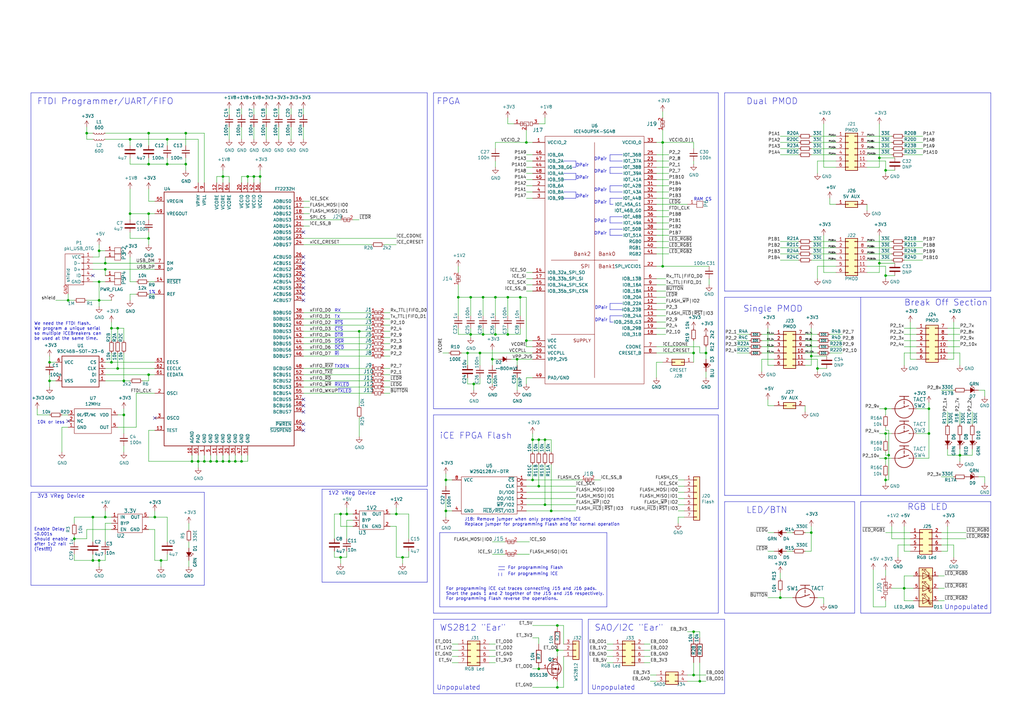
<source format=kicad_sch>
(kicad_sch (version 20230121) (generator eeschema)
  (paper "A3")
  (title_block (title "iCEBreaker") (rev "V1.0e") (company "1BitSquared") (comment 1 "2019 (C) 1BitSquared <info@1bitsquared.com>") (comment 2 "2019 (C) Piotr Esden-Tempski <piotr@esden.net>") (comment 3 "License: CC-BY-SA V4.0"))
  (junction (at 60.96 67.31))
  (junction (at 370.84 241.3))
  (junction (at 208.28 137.16))
  (junction (at 332.74 218.44))
  (junction (at 43.18 107.95))
  (junction (at 335.28 151.13))
  (junction (at 99.06 189.23))
  (junction (at 104.14 72.39))
  (junction (at 198.12 137.16))
  (junction (at 218.44 196.85))
  (junction (at 228.6 256.54))
  (junction (at 96.52 189.23))
  (junction (at 212.09 147.32))
  (junction (at 223.52 207.01))
  (junction (at 68.58 57.15))
  (junction (at 228.6 266.7))
  (junction (at 101.6 72.39))
  (junction (at 198.12 121.92))
  (junction (at 381 167.64))
  (junction (at 60.96 153.67))
  (junction (at 165.1 228.6))
  (junction (at 182.88 196.85))
  (junction (at 78.74 189.23))
  (junction (at 48.26 151.13))
  (junction (at 363.22 196.85))
  (junction (at 363.22 187.96))
  (junction (at 35.56 54.61))
  (junction (at 106.68 72.39))
  (junction (at 218.44 180.34))
  (junction (at 363.22 69.85))
  (junction (at 289.56 144.78))
  (junction (at 284.48 259.08))
  (junction (at 40.64 229.87))
  (junction (at 53.34 87.63))
  (junction (at 20.32 148.59))
  (junction (at 86.36 189.23))
  (junction (at 50.8 156.21))
  (junction (at 220.98 274.32))
  (junction (at 50.8 170.18))
  (junction (at 381 177.8))
  (junction (at 187.96 121.92))
  (junction (at 142.24 210.82))
  (junction (at 139.7 228.6))
  (junction (at 208.28 121.92))
  (junction (at 284.48 276.86))
  (junction (at 68.58 67.31))
  (junction (at 63.5 212.09))
  (junction (at 287.02 279.4))
  (junction (at 30.48 220.98))
  (junction (at 271.78 58.42))
  (junction (at 220.98 199.39))
  (junction (at 88.9 189.23))
  (junction (at 48.26 134.62))
  (junction (at 45.72 134.62))
  (junction (at 193.04 121.92))
  (junction (at 203.2 137.16))
  (junction (at 38.1 212.09))
  (junction (at 193.04 137.16))
  (junction (at 363.22 167.64))
  (junction (at 182.88 209.55))
  (junction (at 332.74 146.05))
  (junction (at 60.96 97.79))
  (junction (at 226.06 209.55))
  (junction (at 360.68 107.95))
  (junction (at 40.64 123.19))
  (junction (at 363.22 113.03))
  (junction (at 45.72 148.59))
  (junction (at 60.96 54.61))
  (junction (at 228.6 281.94))
  (junction (at 60.96 87.63))
  (junction (at 213.36 121.92))
  (junction (at 83.82 189.23))
  (junction (at 147.32 135.89))
  (junction (at 43.18 212.09))
  (junction (at 215.9 58.42))
  (junction (at 223.52 180.34))
  (junction (at 38.1 229.87))
  (junction (at 20.32 156.21))
  (junction (at 196.85 144.78))
  (junction (at 27.94 123.19))
  (junction (at 284.48 144.78))
  (junction (at 93.98 189.23))
  (junction (at 360.68 64.77))
  (junction (at 139.7 210.82))
  (junction (at 91.44 72.39))
  (junction (at 271.78 109.22))
  (junction (at 76.2 54.61))
  (junction (at 76.2 67.31))
  (junction (at 320.04 245.11))
  (junction (at 162.56 210.82))
  (junction (at 363.22 177.8))
  (junction (at 364.49 186.69))
  (junction (at 91.44 189.23))
  (junction (at 215.9 139.7))
  (junction (at 43.18 110.49))
  (junction (at 66.04 229.87))
  (junction (at 191.77 144.78))
  (junction (at 393.7 186.69))
  (junction (at 194.31 157.48))
  (junction (at 40.64 102.87))
  (junction (at 201.93 147.32))
  (junction (at 203.2 121.92))
  (junction (at 220.98 180.34))
  (junction (at 81.28 189.23))
  (junction (at 40.64 115.57))
  (junction (at 53.34 57.15))
  (no_connect (at 124.46 107.95))
  (no_connect (at 124.46 176.53))
  (no_connect (at 124.46 120.65))
  (no_connect (at 124.46 105.41))
  (no_connect (at 124.46 95.25))
  (no_connect (at 124.46 123.19))
  (no_connect (at 124.46 166.37))
  (no_connect (at 124.46 173.99))
  (no_connect (at 38.1 113.03))
  (no_connect (at 124.46 115.57))
  (no_connect (at 124.46 163.83))
  (no_connect (at 124.46 168.91))
  (no_connect (at 124.46 118.11))
  (no_connect (at 63.5 171.45))
  (no_connect (at 124.46 113.03))
  (no_connect (at 124.46 110.49))
  (no_connect (at 27.94 172.72))
  (wire (pts (xy 269.24 144.78) (xy 284.48 144.78)))
  (polyline (pts (xy 294.64 251.46) (xy 177.8 251.46)))
  (wire (pts (xy 60.96 156.21) (xy 60.96 153.67)))
  (wire (pts (xy 335.28 109.22) (xy 342.9 109.22)))
  (wire (pts (xy 104.14 52.07) (xy 104.14 57.15)))
  (polyline (pts (xy 294.64 38.1) (xy 294.64 167.64)))
  (wire (pts (xy 77.47 214.63) (xy 77.47 217.17)))
  (wire (pts (xy 220.98 180.34) (xy 220.98 185.42)))
  (wire (pts (xy 287.02 144.78) (xy 289.56 144.78)))
  (wire (pts (xy 182.88 196.85) (xy 182.88 194.31)))
  (wire (pts (xy 218.44 116.84) (xy 215.9 116.84)))
  (wire (pts (xy 194.31 157.48) (xy 191.77 157.48)))
  (polyline (pts (xy 297.18 119.38) (xy 297.18 38.1)))
  (wire (pts (xy 91.44 189.23) (xy 93.98 189.23)))
  (wire (pts (xy 269.24 132.08) (xy 273.05 132.08)))
  (wire (pts (xy 208.28 50.8) (xy 210.82 50.8)))
  (wire (pts (xy 363.22 187.96) (xy 363.22 190.5)))
  (wire (pts (xy 191.77 149.86) (xy 191.77 144.78)))
  (wire (pts (xy 63.5 176.53) (xy 60.96 176.53)))
  (wire (pts (xy 330.2 139.7) (xy 335.28 139.7)))
  (wire (pts (xy 30.48 214.63) (xy 30.48 212.09)))
  (wire (pts (xy 226.06 209.55) (xy 226.06 190.5)))
  (wire (pts (xy 330.2 218.44) (xy 332.74 218.44)))
  (polyline (pts (xy 231.14 71.12) (xy 236.22 71.12)))
  (wire (pts (xy 201.93 154.94) (xy 201.93 157.48)))
  (wire (pts (xy 204.47 147.32) (xy 201.93 147.32)))
  (wire (pts (xy 360.68 177.8) (xy 363.22 177.8)))
  (wire (pts (xy 269.24 124.46) (xy 273.05 124.46)))
  (wire (pts (xy 330.2 144.78) (xy 335.28 144.78)))
  (wire (pts (xy 40.64 229.87) (xy 43.18 229.87)))
  (wire (pts (xy 363.22 113.03) (xy 363.22 114.3)))
  (polyline (pts (xy 250.19 81.28) (xy 250.19 83.82)))
  (wire (pts (xy 35.56 52.07) (xy 35.56 54.61)))
  (wire (pts (xy 187.96 134.62) (xy 187.96 137.16)))
  (wire (pts (xy 43.18 115.57) (xy 40.64 115.57)))
  (wire (pts (xy 203.2 121.92) (xy 198.12 121.92)))
  (polyline (pts (xy 12.7 38.1) (xy 175.26 38.1)))
  (polyline (pts (xy 177.8 38.1) (xy 294.64 38.1)))
  (wire (pts (xy 60.96 82.55) (xy 60.96 77.47)))
  (wire (pts (xy 215.9 53.34) (xy 215.9 58.42)))
  (wire (pts (xy 38.1 212.09) (xy 43.18 212.09)))
  (polyline (pts (xy 180.34 218.44) (xy 248.92 218.44)))
  (wire (pts (xy 370.84 104.14) (xy 378.46 104.14)))
  (polyline (pts (xy 294.64 167.64) (xy 177.8 167.64)))
  (wire (pts (xy 231.14 269.24) (xy 231.14 281.94)))
  (wire (pts (xy 124.46 100.33) (xy 152.4 100.33)))
  (wire (pts (xy 40.64 102.87) (xy 40.64 105.41)))
  (wire (pts (xy 391.16 223.52) (xy 391.16 228.6)))
  (wire (pts (xy 226.06 180.34) (xy 226.06 185.42)))
  (wire (pts (xy 191.77 154.94) (xy 191.77 157.48)))
  (wire (pts (xy 60.96 54.61) (xy 60.96 59.69)))
  (polyline (pts (xy 250.19 63.5) (xy 250.19 66.04)))
  (wire (pts (xy 363.22 167.64) (xy 365.76 167.64)))
  (wire (pts (xy 269.24 142.24) (xy 287.02 142.24)))
  (wire (pts (xy 269.24 134.62) (xy 273.05 134.62)))
  (wire (pts (xy 63.5 120.65) (xy 60.96 120.65)))
  (wire (pts (xy 278.13 209.55) (xy 280.67 209.55)))
  (wire (pts (xy 165.1 228.6) (xy 167.64 228.6)))
  (polyline (pts (xy 297.18 284.48) (xy 241.3 284.48)))
  (wire (pts (xy 386.08 220.98) (xy 396.24 220.98)))
  (wire (pts (xy 208.28 48.26) (xy 208.28 50.8)))
  (wire (pts (xy 50.8 134.62) (xy 48.26 134.62)))
  (wire (pts (xy 201.93 227.33) (xy 207.01 227.33)))
  (wire (pts (xy 30.48 227.33) (xy 30.48 229.87)))
  (wire (pts (xy 381 167.64) (xy 381 165.1)))
  (wire (pts (xy 185.42 266.7) (xy 187.96 266.7)))
  (wire (pts (xy 365.76 215.9) (xy 365.76 220.98)))
  (wire (pts (xy 203.2 137.16) (xy 198.12 137.16)))
  (wire (pts (xy 375.92 177.8) (xy 381 177.8)))
  (wire (pts (xy 22.86 156.21) (xy 20.32 156.21)))
  (wire (pts (xy 139.7 215.9) (xy 139.7 210.82)))
  (polyline (pts (xy 175.26 238.76) (xy 132.08 238.76)))
  (wire (pts (xy 374.65 246.38) (xy 370.84 246.38)))
  (wire (pts (xy 388.62 134.62) (xy 393.7 134.62)))
  (wire (pts (xy 93.98 72.39) (xy 93.98 74.93)))
  (wire (pts (xy 124.46 153.67) (xy 152.4 153.67)))
  (wire (pts (xy 284.48 276.86) (xy 289.56 276.86)))
  (polyline (pts (xy 297.18 121.92) (xy 297.18 203.2)))
  (wire (pts (xy 218.44 185.42) (xy 218.44 180.34)))
  (wire (pts (xy 30.48 212.09) (xy 38.1 212.09)))
  (polyline (pts (xy 180.34 248.92) (xy 180.34 218.44)))
  (wire (pts (xy 363.22 69.85) (xy 363.22 71.12)))
  (wire (pts (xy 269.24 88.9) (xy 274.32 88.9)))
  (wire (pts (xy 45.72 148.59) (xy 63.5 148.59)))
  (wire (pts (xy 38.1 227.33) (xy 38.1 229.87)))
  (wire (pts (xy 363.22 185.42) (xy 363.22 186.69)))
  (wire (pts (xy 370.84 55.88) (xy 378.46 55.88)))
  (wire (pts (xy 388.62 226.06) (xy 388.62 215.9)))
  (wire (pts (xy 373.38 218.44) (xy 363.22 218.44)))
  (wire (pts (xy 228.6 266.7) (xy 228.6 269.24)))
  (wire (pts (xy 160.02 215.9) (xy 162.56 215.9)))
  (wire (pts (xy 99.06 189.23) (xy 101.6 189.23)))
  (wire (pts (xy 203.2 121.92) (xy 203.2 129.54)))
  (wire (pts (xy 45.72 214.63) (xy 43.18 214.63)))
  (wire (pts (xy 218.44 73.66) (xy 215.9 73.66)))
  (wire (pts (xy 388.62 137.16) (xy 393.7 137.16)))
  (wire (pts (xy 314.96 149.86) (xy 314.96 134.62)))
  (wire (pts (xy 157.48 140.97) (xy 160.02 140.97)))
  (wire (pts (xy 218.44 180.34) (xy 220.98 180.34)))
  (wire (pts (xy 43.18 148.59) (xy 45.72 148.59)))
  (wire (pts (xy 81.28 189.23) (xy 83.82 189.23)))
  (wire (pts (xy 142.24 228.6) (xy 142.24 226.06)))
  (wire (pts (xy 88.9 72.39) (xy 91.44 72.39)))
  (wire (pts (xy 15.24 167.64) (xy 15.24 170.18)))
  (wire (pts (xy 27.94 120.65) (xy 27.94 123.19)))
  (wire (pts (xy 208.28 121.92) (xy 208.28 129.54)))
  (wire (pts (xy 193.04 137.16) (xy 198.12 137.16)))
  (wire (pts (xy 332.74 226.06) (xy 332.74 218.44)))
  (wire (pts (xy 317.5 137.16) (xy 312.42 137.16)))
  (wire (pts (xy 77.47 222.25) (xy 77.47 224.79)))
  (wire (pts (xy 91.44 74.93) (xy 91.44 72.39)))
  (wire (pts (xy 203.2 134.62) (xy 203.2 137.16)))
  (polyline (pts (xy 236.22 81.28) (xy 231.14 81.28)))
  (polyline (pts (xy 350.52 205.74) (xy 350.52 251.46)))
  (polyline (pts (xy 255.27 93.98) (xy 250.19 93.98)))
  (wire (pts (xy 101.6 189.23) (xy 101.6 186.69)))
  (wire (pts (xy 317.5 149.86) (xy 314.96 149.86)))
  (wire (pts (xy 124.46 92.71) (xy 127 92.71)))
  (wire (pts (xy 213.36 137.16) (xy 208.28 137.16)))
  (polyline (pts (xy 406.4 251.46) (xy 353.06 251.46)))
  (polyline (pts (xy 250.19 96.52) (xy 255.27 96.52)))
  (wire (pts (xy 124.46 151.13) (xy 152.4 151.13)))
  (wire (pts (xy 119.38 44.45) (xy 119.38 46.99)))
  (wire (pts (xy 157.48 100.33) (xy 162.56 100.33)))
  (wire (pts (xy 27.94 170.18) (xy 25.4 170.18)))
  (wire (pts (xy 342.9 58.42) (xy 332.74 58.42)))
  (wire (pts (xy 157.48 158.75) (xy 160.02 158.75)))
  (wire (pts (xy 68.58 212.09) (xy 68.58 222.25)))
  (wire (pts (xy 137.16 226.06) (xy 137.16 228.6)))
  (wire (pts (xy 360.68 107.95) (xy 367.03 107.95)))
  (wire (pts (xy 223.52 180.34) (xy 223.52 185.42)))
  (wire (pts (xy 391.16 195.58) (xy 386.08 195.58)))
  (wire (pts (xy 215.9 139.7) (xy 215.9 142.24)))
  (polyline (pts (xy 250.19 124.46) (xy 250.19 127)))
  (wire (pts (xy 101.6 72.39) (xy 104.14 72.39)))
  (wire (pts (xy 363.22 66.04) (xy 363.22 69.85)))
  (wire (pts (xy 50.8 144.78) (xy 50.8 156.21)))
  (wire (pts (xy 63.5 82.55) (xy 60.96 82.55)))
  (wire (pts (xy 43.18 212.09) (xy 45.72 212.09)))
  (wire (pts (xy 218.44 177.8) (xy 218.44 180.34)))
  (polyline (pts (xy 250.19 127) (xy 255.27 127)))
  (wire (pts (xy 35.56 220.98) (xy 35.56 217.17)))
  (wire (pts (xy 355.6 106.68) (xy 365.76 106.68)))
  (wire (pts (xy 269.24 86.36) (xy 274.32 86.36)))
  (wire (pts (xy 15.24 170.18) (xy 20.32 170.18)))
  (wire (pts (xy 68.58 64.77) (xy 68.58 67.31)))
  (wire (pts (xy 187.96 109.22) (xy 187.96 111.76)))
  (polyline (pts (xy 250.19 132.08) (xy 251.46 132.08)))
  (wire (pts (xy 360.68 68.58) (xy 360.68 64.77)))
  (wire (pts (xy 63.5 217.17) (xy 63.5 229.87)))
  (wire (pts (xy 109.22 44.45) (xy 109.22 46.99)))
  (polyline (pts (xy 406.4 205.74) (xy 406.4 251.46)))
  (wire (pts (xy 60.96 97.79) (xy 60.96 95.25)))
  (wire (pts (xy 58.42 156.21) (xy 60.96 156.21)))
  (wire (pts (xy 269.24 101.6) (xy 274.32 101.6)))
  (wire (pts (xy 360.68 107.95) (xy 360.68 96.52)))
  (wire (pts (xy 200.66 269.24) (xy 203.2 269.24)))
  (wire (pts (xy 50.8 182.88) (xy 50.8 185.42)))
  (wire (pts (xy 55.88 175.26) (xy 55.88 161.29)))
  (wire (pts (xy 22.86 148.59) (xy 20.32 148.59)))
  (wire (pts (xy 53.34 95.25) (xy 53.34 97.79)))
  (wire (pts (xy 93.98 186.69) (xy 93.98 189.23)))
  (wire (pts (xy 370.84 99.06) (xy 378.46 99.06)))
  (wire (pts (xy 157.48 135.89) (xy 160.02 135.89)))
  (wire (pts (xy 124.46 44.45) (xy 124.46 46.99)))
  (wire (pts (xy 142.24 210.82) (xy 142.24 208.28)))
  (wire (pts (xy 269.24 63.5) (xy 274.32 63.5)))
  (wire (pts (xy 218.44 139.7) (xy 215.9 139.7)))
  (wire (pts (xy 287.02 271.78) (xy 287.02 279.4)))
  (wire (pts (xy 355.6 63.5) (xy 365.76 63.5)))
  (wire (pts (xy 278.13 207.01) (xy 280.67 207.01)))
  (wire (pts (xy 215.9 121.92) (xy 215.9 139.7)))
  (wire (pts (xy 363.22 177.8) (xy 365.76 177.8)))
  (wire (pts (xy 340.36 142.24) (xy 345.44 142.24)))
  (wire (pts (xy 340.36 83.82) (xy 340.36 81.28)))
  (wire (pts (xy 342.9 104.14) (xy 332.74 104.14)))
  (wire (pts (xy 368.3 223.52) (xy 373.38 223.52)))
  (wire (pts (xy 66.04 229.87) (xy 66.04 232.41)))
  (wire (pts (xy 53.34 64.77) (xy 53.34 67.31)))
  (wire (pts (xy 147.32 171.45) (xy 147.32 179.07)))
  (polyline (pts (xy 236.22 78.74) (xy 236.22 81.28)))
  (wire (pts (xy 157.48 151.13) (xy 160.02 151.13)))
  (wire (pts (xy 218.44 111.76) (xy 215.9 111.76)))
  (polyline (pts (xy 406.4 121.92) (xy 406.4 203.2)))
  (wire (pts (xy 403.86 195.58) (xy 403.86 198.12)))
  (wire (pts (xy 363.22 246.38) (xy 363.22 248.92)))
  (wire (pts (xy 360.68 167.64) (xy 363.22 167.64)))
  (wire (pts (xy 45.72 144.78) (xy 45.72 148.59)))
  (wire (pts (xy 370.84 58.42) (xy 378.46 58.42)))
  (wire (pts (xy 218.44 190.5) (xy 218.44 196.85)))
  (wire (pts (xy 388.62 173.99) (xy 388.62 168.91)))
  (wire (pts (xy 335.28 147.32) (xy 335.28 151.13)))
  (wire (pts (xy 287.02 279.4) (xy 281.94 279.4)))
  (wire (pts (xy 48.26 134.62) (xy 45.72 134.62)))
  (wire (pts (xy 312.42 147.32) (xy 317.5 147.32)))
  (wire (pts (xy 332.74 149.86) (xy 332.74 146.05)))
  (wire (pts (xy 327.66 60.96) (xy 320.04 60.96)))
  (wire (pts (xy 370.84 246.38) (xy 370.84 241.3)))
  (wire (pts (xy 269.24 119.38) (xy 273.05 119.38)))
  (wire (pts (xy 35.56 54.61) (xy 35.56 57.15)))
  (wire (pts (xy 157.48 153.67) (xy 160.02 153.67)))
  (wire (pts (xy 335.28 114.3) (xy 335.28 109.22)))
  (polyline (pts (xy 248.92 248.92) (xy 180.34 248.92)))
  (wire (pts (xy 393.7 186.69) (xy 398.78 186.69)))
  (wire (pts (xy 203.2 58.42) (xy 203.2 60.96)))
  (wire (pts (xy 55.88 161.29) (xy 63.5 161.29)))
  (polyline (pts (xy 236.22 71.12) (xy 236.22 73.66)))
  (wire (pts (xy 231.14 256.54) (xy 228.6 256.54)))
  (wire (pts (xy 370.84 106.68) (xy 378.46 106.68)))
  (wire (pts (xy 157.48 156.21) (xy 160.02 156.21)))
  (wire (pts (xy 30.48 219.71) (xy 30.48 220.98)))
  (wire (pts (xy 342.9 68.58) (xy 337.82 68.58)))
  (wire (pts (xy 139.7 210.82) (xy 142.24 210.82)))
  (wire (pts (xy 137.16 210.82) (xy 137.16 220.98)))
  (wire (pts (xy 137.16 228.6) (xy 139.7 228.6)))
  (wire (pts (xy 381 177.8) (xy 381 167.64)))
  (wire (pts (xy 50.8 170.18) (xy 50.8 167.64)))
  (wire (pts (xy 355.6 58.42) (xy 365.76 58.42)))
  (wire (pts (xy 43.18 105.41) (xy 43.18 107.95)))
  (wire (pts (xy 55.88 115.57) (xy 53.34 115.57)))
  (wire (pts (xy 370.84 101.6) (xy 378.46 101.6)))
  (wire (pts (xy 99.06 74.93) (xy 99.06 72.39)))
  (wire (pts (xy 88.9 74.93) (xy 88.9 72.39)))
  (wire (pts (xy 78.74 186.69) (xy 78.74 189.23)))
  (wire (pts (xy 243.84 196.85) (xy 246.38 196.85)))
  (wire (pts (xy 340.36 139.7) (xy 345.44 139.7)))
  (polyline (pts (xy 250.19 129.54) (xy 250.19 132.08)))
  (wire (pts (xy 187.96 116.84) (xy 187.96 121.92)))
  (polyline (pts (xy 255.27 63.5) (xy 250.19 63.5)))
  (wire (pts (xy 35.56 217.17) (xy 45.72 217.17)))
  (wire (pts (xy 363.22 195.58) (xy 363.22 196.85)))
  (wire (pts (xy 193.04 121.92) (xy 187.96 121.92)))
  (wire (pts (xy 287.02 142.24) (xy 287.02 144.78)))
  (wire (pts (xy 218.44 78.74) (xy 215.9 78.74)))
  (wire (pts (xy 86.36 189.23) (xy 88.9 189.23)))
  (wire (pts (xy 208.28 121.92) (xy 203.2 121.92)))
  (wire (pts (xy 99.06 72.39) (xy 101.6 72.39)))
  (wire (pts (xy 218.44 114.3) (xy 215.9 114.3)))
  (wire (pts (xy 124.46 133.35) (xy 152.4 133.35)))
  (wire (pts (xy 269.24 109.22) (xy 271.78 109.22)))
  (wire (pts (xy 355.6 104.14) (xy 365.76 104.14)))
  (wire (pts (xy 109.22 52.07) (xy 109.22 57.15)))
  (wire (pts (xy 218.44 58.42) (xy 215.9 58.42)))
  (wire (pts (xy 162.56 228.6) (xy 165.1 228.6)))
  (wire (pts (xy 269.24 137.16) (xy 273.05 137.16)))
  (wire (pts (xy 212.09 227.33) (xy 217.17 227.33)))
  (wire (pts (xy 269.24 73.66) (xy 274.32 73.66)))
  (wire (pts (xy 401.32 160.02) (xy 403.86 160.02)))
  (wire (pts (xy 312.42 152.4) (xy 312.42 147.32)))
  (wire (pts (xy 218.44 154.94) (xy 215.9 154.94)))
  (wire (pts (xy 60.96 217.17) (xy 63.5 217.17)))
  (wire (pts (xy 124.46 135.89) (xy 147.32 135.89)))
  (wire (pts (xy 139.7 228.6) (xy 139.7 231.14)))
  (wire (pts (xy 278.13 199.39) (xy 280.67 199.39)))
  (wire (pts (xy 20.32 153.67) (xy 20.32 156.21)))
  (wire (pts (xy 165.1 228.6) (xy 165.1 231.14)))
  (wire (pts (xy 68.58 57.15) (xy 68.58 59.69)))
  (polyline (pts (xy 255.27 81.28) (xy 250.19 81.28)))
  (wire (pts (xy 386.08 218.44) (xy 396.24 218.44)))
  (wire (pts (xy 142.24 210.82) (xy 144.78 210.82)))
  (wire (pts (xy 228.6 281.94) (xy 218.44 281.94)))
  (wire (pts (xy 355.6 99.06) (xy 365.76 99.06)))
  (wire (pts (xy 38.1 107.95) (xy 43.18 107.95)))
  (wire (pts (xy 355.6 66.04) (xy 363.22 66.04)))
  (wire (pts (xy 375.92 187.96) (xy 381 187.96)))
  (wire (pts (xy 43.18 110.49) (xy 43.18 113.03)))
  (polyline (pts (xy 406.4 203.2) (xy 297.18 203.2)))
  (wire (pts (xy 218.44 144.78) (xy 196.85 144.78)))
  (wire (pts (xy 393.7 184.15) (xy 393.7 186.69)))
  (wire (pts (xy 363.22 109.22) (xy 363.22 113.03)))
  (wire (pts (xy 215.9 204.47) (xy 236.22 204.47)))
  (wire (pts (xy 40.64 229.87) (xy 40.64 232.41)))
  (wire (pts (xy 66.04 229.87) (xy 68.58 229.87)))
  (wire (pts (xy 43.18 229.87) (xy 43.18 227.33)))
  (wire (pts (xy 317.5 139.7) (xy 312.42 139.7)))
  (wire (pts (xy 185.42 196.85) (xy 182.88 196.85)))
  (wire (pts (xy 187.96 264.16) (xy 185.42 264.16)))
  (wire (pts (xy 68.58 57.15) (xy 81.28 57.15)))
  (wire (pts (xy 363.22 177.8) (xy 363.22 180.34)))
  (wire (pts (xy 307.34 139.7) (xy 302.26 139.7)))
  (wire (pts (xy 335.28 151.13) (xy 339.09 151.13)))
  (wire (pts (xy 284.48 259.08) (xy 287.02 259.08)))
  (wire (pts (xy 181.61 144.78) (xy 184.15 144.78)))
  (polyline (pts (xy 353.06 121.92) (xy 353.06 203.2)))
  (wire (pts (xy 157.48 130.81) (xy 160.02 130.81)))
  (wire (pts (xy 91.44 72.39) (xy 93.98 72.39)))
  (wire (pts (xy 269.24 66.04) (xy 274.32 66.04)))
  (wire (pts (xy 355.6 101.6) (xy 365.76 101.6)))
  (wire (pts (xy 220.98 180.34) (xy 223.52 180.34)))
  (wire (pts (xy 60.96 212.09) (xy 63.5 212.09)))
  (polyline (pts (xy 250.19 91.44) (xy 255.27 91.44)))
  (wire (pts (xy 212.09 154.94) (xy 212.09 160.02)))
  (wire (pts (xy 269.24 276.86) (xy 266.7 276.86)))
  (wire (pts (xy 27.94 123.19) (xy 30.48 123.19)))
  (wire (pts (xy 342.9 83.82) (xy 340.36 83.82)))
  (wire (pts (xy 215.9 121.92) (xy 213.36 121.92)))
  (wire (pts (xy 220.98 261.62) (xy 220.98 264.16)))
  (polyline (pts (xy 353.06 205.74) (xy 406.4 205.74)))
  (wire (pts (xy 307.34 137.16) (xy 302.26 137.16)))
  (wire (pts (xy 38.1 110.49) (xy 43.18 110.49)))
  (polyline (pts (xy 177.8 251.46) (xy 177.8 170.18)))
  (polyline (pts (xy 250.19 78.74) (xy 255.27 78.74)))
  (wire (pts (xy 142.24 213.36) (xy 142.24 220.98)))
  (wire (pts (xy 220.98 190.5) (xy 220.98 199.39)))
  (wire (pts (xy 269.24 121.92) (xy 273.05 121.92)))
  (wire (pts (xy 269.24 127) (xy 273.05 127)))
  (wire (pts (xy 284.48 261.62) (xy 284.48 259.08)))
  (wire (pts (xy 60.96 54.61) (xy 76.2 54.61)))
  (wire (pts (xy 40.64 100.33) (xy 40.64 102.87)))
  (wire (pts (xy 162.56 210.82) (xy 167.64 210.82)))
  (wire (pts (xy 215.9 196.85) (xy 218.44 196.85)))
  (wire (pts (xy 104.14 72.39) (xy 104.14 74.93)))
  (wire (pts (xy 342.9 106.68) (xy 332.74 106.68)))
  (polyline (pts (xy 297.18 254) (xy 297.18 284.48)))
  (wire (pts (xy 370.84 144.78) (xy 370.84 149.86)))
  (wire (pts (xy 330.2 147.32) (xy 335.28 147.32)))
  (wire (pts (xy 218.44 76.2) (xy 215.9 76.2)))
  (wire (pts (xy 124.46 85.09) (xy 127 85.09)))
  (wire (pts (xy 220.98 50.8) (xy 223.52 50.8)))
  (wire (pts (xy 384.81 241.3) (xy 387.35 241.3)))
  (wire (pts (xy 114.3 44.45) (xy 114.3 46.99)))
  (wire (pts (xy 342.9 66.04) (xy 335.28 66.04)))
  (wire (pts (xy 53.34 57.15) (xy 68.58 57.15)))
  (polyline (pts (xy 83.82 240.03) (xy 12.7 240.03)))
  (wire (pts (xy 106.68 72.39) (xy 106.68 69.85)))
  (wire (pts (xy 332.74 215.9) (xy 332.74 218.44)))
  (wire (pts (xy 208.28 134.62) (xy 208.28 137.16)))
  (wire (pts (xy 157.48 128.27) (xy 160.02 128.27)))
  (wire (pts (xy 269.24 81.28) (xy 274.32 81.28)))
  (polyline (pts (xy 231.14 78.74) (xy 236.22 78.74)))
  (wire (pts (xy 278.13 204.47) (xy 280.67 204.47)))
  (wire (pts (xy 271.78 58.42) (xy 284.48 58.42)))
  (wire (pts (xy 193.04 137.16) (xy 193.04 138.43)))
  (wire (pts (xy 340.36 137.16) (xy 345.44 137.16)))
  (wire (pts (xy 53.34 120.65) (xy 53.34 123.19)))
  (wire (pts (xy 370.84 63.5) (xy 378.46 63.5)))
  (wire (pts (xy 101.6 72.39) (xy 101.6 74.93)))
  (polyline (pts (xy 350.52 251.46) (xy 297.18 251.46)))
  (wire (pts (xy 215.9 58.42) (xy 203.2 58.42)))
  (wire (pts (xy 355.6 55.88) (xy 365.76 55.88)))
  (wire (pts (xy 264.16 264.16) (xy 266.7 264.16)))
  (wire (pts (xy 317.5 142.24) (xy 312.42 142.24)))
  (polyline (pts (xy 132.08 200.66) (xy 175.26 200.66)))
  (wire (pts (xy 317.5 144.78) (xy 312.42 144.78)))
  (wire (pts (xy 269.24 148.59) (xy 269.24 154.94)))
  (wire (pts (xy 320.04 242.57) (xy 320.04 245.11)))
  (wire (pts (xy 104.14 44.45) (xy 104.14 46.99)))
  (wire (pts (xy 325.12 245.11) (xy 320.04 245.11)))
  (wire (pts (xy 363.22 186.69) (xy 364.49 186.69)))
  (wire (pts (xy 76.2 67.31) (xy 76.2 69.85)))
  (wire (pts (xy 86.36 186.69) (xy 86.36 189.23)))
  (wire (pts (xy 124.46 52.07) (xy 124.46 57.15)))
  (wire (pts (xy 213.36 121.92) (xy 213.36 129.54)))
  (wire (pts (xy 185.42 271.78) (xy 187.96 271.78)))
  (wire (pts (xy 60.96 176.53) (xy 60.96 189.23)))
  (wire (pts (xy 218.44 261.62) (xy 220.98 261.62)))
  (wire (pts (xy 38.1 212.09) (xy 38.1 222.25)))
  (wire (pts (xy 271.78 45.72) (xy 271.78 48.26)))
  (wire (pts (xy 43.18 57.15) (xy 53.34 57.15)))
  (wire (pts (xy 88.9 186.69) (xy 88.9 189.23)))
  (polyline (pts (xy 255.27 68.58) (xy 250.19 68.58)))
  (wire (pts (xy 194.31 157.48) (xy 194.31 160.02)))
  (wire (pts (xy 218.44 119.38) (xy 215.9 119.38)))
  (wire (pts (xy 124.46 161.29) (xy 152.4 161.29)))
  (wire (pts (xy 187.96 121.92) (xy 187.96 129.54)))
  (wire (pts (xy 342.9 101.6) (xy 332.74 101.6)))
  (wire (pts (xy 124.46 156.21) (xy 152.4 156.21)))
  (wire (pts (xy 60.96 90.17) (xy 60.96 87.63)))
  (wire (pts (xy 40.64 123.19) (xy 45.72 123.19)))
  (wire (pts (xy 278.13 201.93) (xy 280.67 201.93)))
  (wire (pts (xy 200.66 271.78) (xy 203.2 271.78)))
  (wire (pts (xy 228.6 256.54) (xy 218.44 256.54)))
  (wire (pts (xy 391.16 132.08) (xy 391.16 147.32)))
  (wire (pts (xy 284.48 271.78) (xy 284.48 276.86)))
  (wire (pts (xy 360.68 111.76) (xy 355.6 111.76)))
  (wire (pts (xy 157.48 143.51) (xy 160.02 143.51)))
  (wire (pts (xy 27.94 175.26) (xy 25.4 175.26)))
  (wire (pts (xy 335.28 66.04) (xy 335.28 71.12)))
  (wire (pts (xy 45.72 132.08) (xy 45.72 134.62)))
  (wire (pts (xy 342.9 60.96) (xy 332.74 60.96)))
  (wire (pts (xy 269.24 104.14) (xy 274.32 104.14)))
  (wire (pts (xy 60.96 115.57) (xy 63.5 115.57)))
  (wire (pts (xy 248.92 269.24) (xy 251.46 269.24)))
  (wire (pts (xy 340.36 144.78) (xy 345.44 144.78)))
  (wire (pts (xy 284.48 58.42) (xy 284.48 60.96)))
  (polyline (pts (xy 236.22 66.04) (xy 231.14 66.04)))
  (wire (pts (xy 83.82 186.69) (xy 83.82 189.23)))
  (wire (pts (xy 388.62 147.32) (xy 391.16 147.32)))
  (wire (pts (xy 196.85 144.78) (xy 196.85 149.86)))
  (wire (pts (xy 147.32 135.89) (xy 152.4 135.89)))
  (wire (pts (xy 363.22 196.85) (xy 363.22 198.12)))
  (wire (pts (xy 368.3 228.6) (xy 368.3 223.52)))
  (wire (pts (xy 317.5 166.37) (xy 314.96 166.37)))
  (wire (pts (xy 337.82 111.76) (xy 337.82 96.52)))
  (wire (pts (xy 43.18 156.21) (xy 50.8 156.21)))
  (wire (pts (xy 388.62 139.7) (xy 393.7 139.7)))
  (wire (pts (xy 280.67 212.09) (xy 278.13 212.09)))
  (wire (pts (xy 182.88 209.55) (xy 182.88 212.09)))
  (wire (pts (xy 185.42 209.55) (xy 182.88 209.55)))
  (wire (pts (xy 370.84 60.96) (xy 378.46 60.96)))
  (wire (pts (xy 96.52 186.69) (xy 96.52 189.23)))
  (wire (pts (xy 271.78 109.22) (xy 290.83 109.22)))
  (wire (pts (xy 81.28 186.69) (xy 81.28 189.23)))
  (wire (pts (xy 30.48 220.98) (xy 35.56 220.98)))
  (wire (pts (xy 231.14 264.16) (xy 231.14 256.54)))
  (wire (pts (xy 167.64 210.82) (xy 167.64 220.98)))
  (wire (pts (xy 327.66 58.42) (xy 320.04 58.42)))
  (wire (pts (xy 60.96 64.77) (xy 60.96 67.31)))
  (wire (pts (xy 284.48 148.59) (xy 284.48 144.78)))
  (wire (pts (xy 189.23 144.78) (xy 191.77 144.78)))
  (wire (pts (xy 289.56 142.24) (xy 289.56 144.78)))
  (wire (pts (xy 162.56 210.82) (xy 162.56 208.28)))
  (polyline (pts (xy 255.27 88.9) (xy 250.19 88.9)))
  (wire (pts (xy 317.5 218.44) (xy 314.96 218.44)))
  (wire (pts (xy 388.62 144.78) (xy 393.7 144.78)))
  (wire (pts (xy 193.04 121.92) (xy 193.04 129.54)))
  (polyline (pts (xy 297.18 121.92) (xy 406.4 121.92)))
  (wire (pts (xy 76.2 67.31) (xy 76.2 64.77)))
  (wire (pts (xy 289.56 152.4) (xy 289.56 154.94)))
  (wire (pts (xy 157.48 146.05) (xy 160.02 146.05)))
  (wire (pts (xy 335.28 245.11) (xy 337.82 245.11)))
  (polyline (pts (xy 250.19 66.04) (xy 255.27 66.04)))
  (wire (pts (xy 388.62 186.69) (xy 393.7 186.69)))
  (polyline (pts (xy 177.8 284.48) (xy 177.8 254)))
  (wire (pts (xy 35.56 57.15) (xy 38.1 57.15)))
  (wire (pts (xy 162.56 215.9) (xy 162.56 228.6)))
  (wire (pts (xy 330.2 137.16) (xy 335.28 137.16)))
  (wire (pts (xy 269.24 96.52) (xy 274.32 96.52)))
  (wire (pts (xy 388.62 142.24) (xy 393.7 142.24)))
  (wire (pts (xy 327.66 106.68) (xy 320.04 106.68)))
  (wire (pts (xy 50.8 156.21) (xy 53.34 156.21)))
  (wire (pts (xy 287.02 259.08) (xy 287.02 261.62)))
  (polyline (pts (xy 250.19 68.58) (xy 250.19 71.12)))
  (wire (pts (xy 104.14 72.39) (xy 106.68 72.39)))
  (wire (pts (xy 269.24 78.74) (xy 274.32 78.74)))
  (wire (pts (xy 53.34 90.17) (xy 53.34 87.63)))
  (wire (pts (xy 185.42 269.24) (xy 187.96 269.24)))
  (wire (pts (xy 330.2 149.86) (xy 332.74 149.86)))
  (wire (pts (xy 322.58 218.44) (xy 325.12 218.44)))
  (wire (pts (xy 182.88 204.47) (xy 182.88 209.55)))
  (polyline (pts (xy 250.19 93.98) (xy 250.19 96.52)))
  (wire (pts (xy 60.96 67.31) (xy 68.58 67.31)))
  (wire (pts (xy 365.76 220.98) (xy 373.38 220.98)))
  (polyline (pts (xy 406.4 119.38) (xy 297.18 119.38)))
  (wire (pts (xy 215.9 209.55) (xy 226.06 209.55)))
  (wire (pts (xy 393.7 186.69) (xy 393.7 189.23)))
  (wire (pts (xy 96.52 189.23) (xy 99.06 189.23)))
  (wire (pts (xy 360.68 187.96) (xy 363.22 187.96)))
  (wire (pts (xy 201.93 147.32) (xy 201.93 143.51)))
  (wire (pts (xy 264.16 266.7) (xy 266.7 266.7)))
  (wire (pts (xy 208.28 137.16) (xy 203.2 137.16)))
  (wire (pts (xy 48.26 175.26) (xy 55.88 175.26)))
  (wire (pts (xy 187.96 137.16) (xy 193.04 137.16)))
  (wire (pts (xy 355.6 60.96) (xy 365.76 60.96)))
  (wire (pts (xy 50.8 170.18) (xy 50.8 177.8)))
  (wire (pts (xy 45.72 134.62) (xy 45.72 139.7)))
  (wire (pts (xy 200.66 266.7) (xy 203.2 266.7)))
  (wire (pts (xy 63.5 212.09) (xy 68.58 212.09)))
  (wire (pts (xy 307.34 144.78) (xy 302.26 144.78)))
  (wire (pts (xy 43.18 153.67) (xy 60.96 153.67)))
  (wire (pts (xy 38.1 105.41) (xy 40.64 105.41)))
  (polyline (pts (xy 294.64 170.18) (xy 294.64 251.46)))
  (wire (pts (xy 60.96 153.67) (xy 63.5 153.67)))
  (polyline (pts (xy 83.82 201.93) (xy 83.82 240.03)))
  (wire (pts (xy 20.32 156.21) (xy 20.32 158.75)))
  (wire (pts (xy 198.12 121.92) (xy 193.04 121.92)))
  (wire (pts (xy 137.16 210.82) (xy 139.7 210.82)))
  (wire (pts (xy 40.64 123.19) (xy 40.64 125.73)))
  (wire (pts (xy 30.48 220.98) (xy 30.48 222.25)))
  (wire (pts (xy 144.78 213.36) (xy 142.24 213.36)))
  (polyline (pts (xy 204.47 232.41) (xy 207.01 232.41)))
  (wire (pts (xy 374.65 236.22) (xy 370.84 236.22)))
  (wire (pts (xy 50.8 139.7) (xy 50.8 134.62)))
  (wire (pts (xy 269.24 91.44) (xy 274.32 91.44)))
  (wire (pts (xy 269.24 71.12) (xy 274.32 71.12)))
  (wire (pts (xy 40.64 115.57) (xy 40.64 123.19)))
  (wire (pts (xy 269.24 99.06) (xy 274.32 99.06)))
  (wire (pts (xy 375.92 144.78) (xy 370.84 144.78)))
  (wire (pts (xy 124.46 158.75) (xy 152.4 158.75)))
  (wire (pts (xy 231.14 281.94) (xy 228.6 281.94)))
  (wire (pts (xy 191.77 144.78) (xy 196.85 144.78)))
  (wire (pts (xy 363.22 69.85) (xy 367.03 69.85)))
  (wire (pts (xy 25.4 175.26) (xy 25.4 185.42)))
  (wire (pts (xy 363.22 175.26) (xy 363.22 176.53)))
  (wire (pts (xy 124.46 130.81) (xy 152.4 130.81)))
  (wire (pts (xy 287.02 279.4) (xy 289.56 279.4)))
  (wire (pts (xy 398.78 173.99) (xy 398.78 168.91)))
  (wire (pts (xy 381 187.96) (xy 381 177.8)))
  (wire (pts (xy 20.32 148.59) (xy 20.32 146.05)))
  (wire (pts (xy 290.83 114.3) (xy 290.83 116.84)))
  (polyline (pts (xy 204.47 233.68) (xy 207.01 233.68)))
  (wire (pts (xy 327.66 63.5) (xy 320.04 63.5)))
  (wire (pts (xy 43.18 214.63) (xy 43.18 222.25)))
  (wire (pts (xy 81.28 57.15) (xy 81.28 74.93)))
  (wire (pts (xy 320.04 245.11) (xy 314.96 245.11)))
  (wire (pts (xy 289.56 144.78) (xy 289.56 147.32)))
  (polyline (pts (xy 12.7 199.39) (xy 12.7 38.1)))
  (wire (pts (xy 228.6 266.7) (xy 231.14 266.7)))
  (wire (pts (xy 269.24 279.4) (xy 266.7 279.4)))
  (polyline (pts (xy 175.26 199.39) (xy 12.7 199.39)))
  (wire (pts (xy 364.49 186.69) (xy 364.49 196.85)))
  (wire (pts (xy 63.5 87.63) (xy 60.96 87.63)))
  (wire (pts (xy 218.44 142.24) (xy 215.9 142.24)))
  (wire (pts (xy 215.9 154.94) (xy 215.9 157.48)))
  (wire (pts (xy 55.88 120.65) (xy 53.34 120.65)))
  (wire (pts (xy 218.44 81.28) (xy 215.9 81.28)))
  (wire (pts (xy 365.76 241.3) (xy 370.84 241.3)))
  (wire (pts (xy 223.52 207.01) (xy 223.52 190.5)))
  (wire (pts (xy 327.66 101.6) (xy 320.04 101.6)))
  (polyline (pts (xy 12.7 240.03) (xy 12.7 201.93)))
  (wire (pts (xy 364.49 196.85) (xy 363.22 196.85)))
  (wire (pts (xy 223.52 180.34) (xy 226.06 180.34)))
  (wire (pts (xy 332.74 146.05) (xy 339.09 146.05)))
  (wire (pts (xy 269.24 116.84) (xy 273.05 116.84)))
  (wire (pts (xy 147.32 166.37) (xy 147.32 135.89)))
  (wire (pts (xy 220.98 199.39) (xy 236.22 199.39)))
  (wire (pts (xy 342.9 55.88) (xy 332.74 55.88)))
  (polyline (pts (xy 241.3 284.48) (xy 241.3 254)))
  (wire (pts (xy 322.58 226.06) (xy 325.12 226.06)))
  (wire (pts (xy 355.6 83.82) (xy 355.6 86.36)))
  (polyline (pts (xy 234.95 68.58) (xy 236.22 68.58)))
  (polyline (pts (xy 177.8 167.64) (xy 177.8 38.1)))
  (wire (pts (xy 215.9 199.39) (xy 220.98 199.39)))
  (wire (pts (xy 124.46 146.05) (xy 152.4 146.05)))
  (wire (pts (xy 78.74 189.23) (xy 81.28 189.23)))
  (wire (pts (xy 269.24 93.98) (xy 274.32 93.98)))
  (wire (pts (xy 93.98 189.23) (xy 96.52 189.23)))
  (wire (pts (xy 269.24 129.54) (xy 273.05 129.54)))
  (polyline (pts (xy 250.19 76.2) (xy 250.19 78.74)))
  (polyline (pts (xy 236.22 73.66) (xy 231.14 73.66)))
  (wire (pts (xy 358.14 248.92) (xy 358.14 233.68)))
  (wire (pts (xy 124.46 97.79) (xy 162.56 97.79)))
  (wire (pts (xy 314.96 166.37) (xy 314.96 163.83)))
  (polyline (pts (xy 177.8 170.18) (xy 294.64 170.18)))
  (wire (pts (xy 269.24 68.58) (xy 274.32 68.58)))
  (wire (pts (xy 271.78 53.34) (xy 271.78 58.42)))
  (wire (pts (xy 327.66 99.06) (xy 320.04 99.06)))
  (wire (pts (xy 43.18 54.61) (xy 60.96 54.61)))
  (polyline (pts (xy 12.7 201.93) (xy 83.82 201.93)))
  (wire (pts (xy 269.24 83.82) (xy 281.94 83.82)))
  (wire (pts (xy 332.74 146.05) (xy 332.74 134.62)))
  (polyline (pts (xy 255.27 76.2) (xy 250.19 76.2)))
  (wire (pts (xy 337.82 111.76) (xy 342.9 111.76)))
  (wire (pts (xy 91.44 72.39) (xy 91.44 69.85)))
  (wire (pts (xy 196.85 157.48) (xy 194.31 157.48)))
  (wire (pts (xy 160.02 210.82) (xy 162.56 210.82)))
  (wire (pts (xy 401.32 195.58) (xy 403.86 195.58)))
  (wire (pts (xy 48.26 134.62) (xy 48.26 139.7)))
  (wire (pts (xy 269.24 76.2) (xy 274.32 76.2)))
  (wire (pts (xy 360.68 111.76) (xy 360.68 107.95)))
  (wire (pts (xy 332.74 226.06) (xy 330.2 226.06)))
  (wire (pts (xy 201.93 147.32) (xy 201.93 149.86)))
  (wire (pts (xy 193.04 134.62) (xy 193.04 137.16)))
  (wire (pts (xy 53.34 115.57) (xy 53.34 105.41)))
  (wire (pts (xy 203.2 66.04) (xy 203.2 68.58)))
  (wire (pts (xy 196.85 154.94) (xy 196.85 157.48)))
  (wire (pts (xy 200.66 264.16) (xy 203.2 264.16)))
  (wire (pts (xy 157.48 138.43) (xy 160.02 138.43)))
  (polyline (pts (xy 297.18 38.1) (xy 406.4 38.1)))
  (wire (pts (xy 370.84 226.06) (xy 373.38 226.06)))
  (wire (pts (xy 269.24 114.3) (xy 273.05 114.3)))
  (wire (pts (xy 375.92 134.62) (xy 370.84 134.62)))
  (polyline (pts (xy 241.3 254) (xy 297.18 254)))
  (wire (pts (xy 364.49 176.53) (xy 364.49 186.69)))
  (wire (pts (xy 43.18 151.13) (xy 48.26 151.13)))
  (polyline (pts (xy 255.27 124.46) (xy 250.19 124.46)))
  (wire (pts (xy 271.78 148.59) (xy 269.24 148.59)))
  (wire (pts (xy 157.48 161.29) (xy 160.02 161.29)))
  (wire (pts (xy 398.78 186.69) (xy 398.78 184.15)))
  (wire (pts (xy 248.92 271.78) (xy 251.46 271.78)))
  (wire (pts (xy 360.68 64.77) (xy 367.03 64.77)))
  (wire (pts (xy 99.06 186.69) (xy 99.06 189.23)))
  (wire (pts (xy 93.98 52.07) (xy 93.98 57.15)))
  (wire (pts (xy 327.66 55.88) (xy 320.04 55.88)))
  (wire (pts (xy 363.22 248.92) (xy 358.14 248.92)))
  (wire (pts (xy 375.92 139.7) (xy 370.84 139.7)))
  (wire (pts (xy 83.82 189.23) (xy 86.36 189.23)))
  (wire (pts (xy 218.44 71.12) (xy 215.9 71.12)))
  (wire (pts (xy 88.9 189.23) (xy 91.44 189.23)))
  (wire (pts (xy 81.28 189.23) (xy 81.28 191.77)))
  (wire (pts (xy 53.34 97.79) (xy 60.96 97.79)))
  (wire (pts (xy 384.81 236.22) (xy 387.35 236.22)))
  (polyline (pts (xy 297.18 251.46) (xy 297.18 205.74)))
  (wire (pts (xy 212.09 222.25) (xy 217.17 222.25)))
  (wire (pts (xy 393.7 144.78) (xy 393.7 149.86)))
  (wire (pts (xy 218.44 68.58) (xy 215.9 68.58)))
  (polyline (pts (xy 175.26 200.66) (xy 175.26 238.76)))
  (wire (pts (xy 363.22 236.22) (xy 363.22 233.68)))
  (wire (pts (xy 226.06 209.55) (xy 236.22 209.55)))
  (wire (pts (xy 223.52 50.8) (xy 223.52 48.26)))
  (wire (pts (xy 215.9 201.93) (xy 236.22 201.93)))
  (wire (pts (xy 391.16 160.02) (xy 386.08 160.02)))
  (wire (pts (xy 375.92 142.24) (xy 370.84 142.24)))
  (wire (pts (xy 99.06 44.45) (xy 99.06 46.99)))
  (wire (pts (xy 264.16 271.78) (xy 266.7 271.78)))
  (wire (pts (xy 139.7 228.6) (xy 142.24 228.6)))
  (wire (pts (xy 124.46 82.55) (xy 127 82.55)))
  (wire (pts (xy 335.28 151.13) (xy 335.28 152.4)))
  (wire (pts (xy 330.2 166.37) (xy 330.2 168.91)))
  (wire (pts (xy 63.5 229.87) (xy 66.04 229.87)))
  (wire (pts (xy 284.48 259.08) (xy 281.94 259.08)))
  (wire (pts (xy 264.16 269.24) (xy 266.7 269.24)))
  (wire (pts (xy 60.96 97.79) (xy 60.96 100.33)))
  (wire (pts (xy 91.44 186.69) (xy 91.44 189.23)))
  (wire (pts (xy 68.58 67.31) (xy 76.2 67.31)))
  (wire (pts (xy 60.96 87.63) (xy 53.34 87.63)))
  (wire (pts (xy 213.36 121.92) (xy 208.28 121.92)))
  (wire (pts (xy 43.18 212.09) (xy 43.18 209.55)))
  (wire (pts (xy 124.46 87.63) (xy 127 87.63)))
  (wire (pts (xy 337.82 68.58) (xy 337.82 50.8)))
  (wire (pts (xy 363.22 176.53) (xy 364.49 176.53)))
  (wire (pts (xy 53.34 67.31) (xy 60.96 67.31)))
  (wire (pts (xy 43.18 107.95) (xy 63.5 107.95)))
  (wire (pts (xy 114.3 52.07) (xy 114.3 57.15)))
  (wire (pts (xy 337.82 245.11) (xy 337.82 247.65)))
  (wire (pts (xy 393.7 173.99) (xy 393.7 168.91)))
  (wire (pts (xy 360.68 64.77) (xy 360.68 50.8)))
  (wire (pts (xy 201.93 222.25) (xy 207.01 222.25)))
  (wire (pts (xy 320.04 237.49) (xy 320.04 234.95)))
  (wire (pts (xy 48.26 151.13) (xy 63.5 151.13)))
  (wire (pts (xy 209.55 147.32) (xy 212.09 147.32)))
  (polyline (pts (xy 175.26 38.1) (xy 175.26 199.39)))
  (wire (pts (xy 144.78 215.9) (xy 139.7 215.9)))
  (wire (pts (xy 384.81 246.38) (xy 387.35 246.38)))
  (wire (pts (xy 386.08 223.52) (xy 391.16 223.52)))
  (wire (pts (xy 280.67 196.85) (xy 278.13 196.85)))
  (wire (pts (xy 213.36 134.62) (xy 213.36 137.16)))
  (wire (pts (xy 63.5 212.09) (xy 63.5 209.55)))
  (wire (pts (xy 60.96 189.23) (xy 78.74 189.23)))
  (wire (pts (xy 43.18 110.49) (xy 63.5 110.49)))
  (wire (pts (xy 375.92 147.32) (xy 373.38 147.32)))
  (wire (pts (xy 317.5 226.06) (xy 314.96 226.06)))
  (polyline (pts (xy 297.18 205.74) (xy 350.52 205.74)))
  (polyline (pts (xy 132.08 238.76) (xy 132.08 200.66)))
  (polyline (pts (xy 238.76 254) (xy 238.76 284.48)))
  (wire (pts (xy 124.46 143.51) (xy 152.4 143.51)))
  (wire (pts (xy 124.46 138.43) (xy 152.4 138.43)))
  (wire (pts (xy 355.6 68.58) (xy 360.68 68.58)))
  (polyline (pts (xy 236.22 68.58) (xy 236.22 66.04)))
  (wire (pts (xy 215.9 207.01) (xy 223.52 207.01)))
  (polyline (pts (xy 255.27 129.54) (xy 250.19 129.54)))
  (wire (pts (xy 223.52 207.01) (xy 236.22 207.01)))
  (wire (pts (xy 198.12 137.16) (xy 198.12 134.62)))
  (polyline (pts (xy 406.4 38.1) (xy 406.4 119.38)))
  (wire (pts (xy 167.64 228.6) (xy 167.64 226.06)))
  (wire (pts (xy 30.48 229.87) (xy 38.1 229.87)))
  (wire (pts (xy 375.92 137.16) (xy 370.84 137.16)))
  (wire (pts (xy 373.38 147.32) (xy 373.38 132.08)))
  (wire (pts (xy 284.48 144.78) (xy 284.48 139.7)))
  (wire (pts (xy 342.9 63.5) (xy 332.74 63.5)))
  (wire (pts (xy 48.26 170.18) (xy 50.8 170.18)))
  (wire (pts (xy 124.46 90.17) (xy 139.7 90.17)))
  (wire (pts (xy 228.6 279.4) (xy 228.6 281.94)))
  (wire (pts (xy 43.18 102.87) (xy 40.64 102.87)))
  (wire (pts (xy 284.48 66.04) (xy 284.48 67.31)))
  (wire (pts (xy 76.2 54.61) (xy 83.82 54.61)))
  (wire (pts (xy 218.44 66.04) (xy 215.9 66.04)))
  (wire (pts (xy 375.92 167.64) (xy 381 167.64)))
  (wire (pts (xy 106.68 72.39) (xy 106.68 74.93)))
  (wire (pts (xy 99.06 52.07) (xy 99.06 57.15)))
  (wire (pts (xy 212.09 147.32) (xy 218.44 147.32)))
  (wire (pts (xy 251.46 264.16) (xy 248.92 264.16)))
  (wire (pts (xy 182.88 196.85) (xy 182.88 199.39)))
  (wire (pts (xy 330.2 142.24) (xy 335.28 142.24)))
  (wire (pts (xy 83.82 54.61) (xy 83.82 74.93)))
  (wire (pts (xy 38.1 229.87) (xy 40.64 229.87)))
  (wire (pts (xy 27.94 123.19) (xy 22.86 123.19)))
  (wire (pts (xy 278.13 212.09) (xy 278.13 214.63)))
  (wire (pts (xy 144.78 90.17) (xy 147.32 90.17)))
  (polyline (pts (xy 205.74 234.95) (xy 205.74 236.22)))
  (wire (pts (xy 403.86 160.02) (xy 403.86 162.56)))
  (wire (pts (xy 363.22 187.96) (xy 365.76 187.96)))
  (polyline (pts (xy 177.8 254) (xy 238.76 254)))
  (wire (pts (xy 35.56 54.61) (xy 38.1 54.61)))
  (wire (pts (xy 327.66 104.14) (xy 320.04 104.14)))
  (wire (pts (xy 363.22 167.64) (xy 363.22 170.18)))
  (wire (pts (xy 212.09 149.86) (xy 212.09 147.32)))
  (wire (pts (xy 363.22 109.22) (xy 355.6 109.22)))
  (polyline (pts (xy 250.19 83.82) (xy 251.46 83.82)))
  (wire (pts (xy 374.65 241.3) (xy 370.84 241.3)))
  (wire (pts (xy 218.44 63.5) (xy 215.9 63.5)))
  (wire (pts (xy 269.24 58.42) (xy 271.78 58.42)))
  (polyline (pts (xy 250.19 88.9) (xy 250.19 91.44)))
  (wire (pts (xy 342.9 99.06) (xy 332.74 99.06)))
  (wire (pts (xy 76.2 54.61) (xy 76.2 59.69)))
  (wire (pts (xy 218.44 196.85) (xy 238.76 196.85)))
  (wire (pts (xy 38.1 115.57) (xy 40.64 115.57)))
  (wire (pts (xy 198.12 121.92) (xy 198.12 129.54)))
  (wire (pts (xy 119.38 52.07) (xy 119.38 57.15)))
  (wire (pts (xy 284.48 276.86) (xy 281.94 276.86)))
  (wire (pts (xy 307.34 142.24) (xy 302.26 142.24)))
  (wire (pts (xy 248.92 266.7) (xy 251.46 266.7)))
  (wire (pts (xy 53.34 87.63) (xy 53.34 77.47)))
  (wire (pts (xy 363.22 113.03) (xy 367.03 113.03)))
  (wire (pts (xy 68.58 229.87) (xy 68.58 227.33)))
  (wire (pts (xy 53.34 57.15) (xy 53.34 59.69)))
  (wire (pts (xy 386.08 226.06) (xy 388.62 226.06)))
  (wire (pts (xy 220.98 274.32) (xy 218.44 274.32)))
  (wire (pts (xy 93.98 44.45) (xy 93.98 46.99)))
  (wire (pts (xy 48.26 144.78) (xy 48.26 151.13)))
  (wire (pts (xy 124.46 128.27) (xy 152.4 128.27)))
  (wire (pts (xy 388.62 184.15) (xy 388.62 186.69)))
  (wire (pts (xy 157.48 133.35) (xy 160.02 133.35)))
  (wire (pts (xy 370.84 215.9) (xy 370.84 226.06)))
  (wire (pts (xy 271.78 58.42) (xy 271.78 109.22)))
  (polyline (pts (xy 248.92 218.44) (xy 248.92 248.92)))
  (polyline (pts (xy 238.76 284.48) (xy 177.8 284.48)))
  (polyline (pts (xy 204.47 234.95) (xy 204.47 236.22)))
  (wire (pts (xy 370.84 241.3) (xy 370.84 236.22)))
  (wire (pts (xy 35.56 123.19) (xy 40.64 123.19)))
  (polyline (pts (xy 353.06 251.46) (xy 353.06 205.74)))
  (polyline (pts (xy 250.19 71.12) (xy 255.27 71.12)))
  (wire (pts (xy 124.46 140.97) (xy 152.4 140.97)))
  (wire (pts (xy 77.47 229.87) (xy 77.47 232.41)))
  (text "LED/BTN" (at 306.07 210.82 0) (effects (font (size 2.54 2.54)) (justify left bottom)))
  (text "DPair " (at 250.19 132.08 0) (effects (font (size 1.27 1.27)) (justify right bottom)))
  (text "Enable Delay\n~0.001s\nShould enable\nafter 1v2 rail\n(Test!!!)" (at 13.97 226.06 0) (effects (font (size 1.27 1.27)) (justify left bottom)))
  (text "3V3 VReg Device" (at 15.24 204.47 0) (effects (font (size 1.524 1.524)) (justify left bottom)))
  (text "~{DTR}" (at 137.16 138.43 0) (effects (font (size 1.27 1.27)) (justify left bottom)))
  (text "DPair " (at 250.19 127 0) (effects (font (size 1.27 1.27)) (justify right bottom)))
  (text "Break Off Section" (at 370.84 125.73 0) (effects (font (size 2.54 2.54)) (justify left bottom)))
  (text "Dual PMOD" (at 306.07 43.18 0) (effects (font (size 2.54 2.54)) (justify left bottom)))
  (text "~{DSR}" (at 137.16 140.97 0) (effects (font (size 1.27 1.27)) (justify left bottom)))
  (text "~{RI}" (at 137.16 146.05 0) (effects (font (size 1.27 1.27)) (justify left bottom)))
  (text "~{DCD}" (at 137.16 143.51 0) (effects (font (size 1.27 1.27)) (justify left bottom)))
  (text "We need the FTDI flash.\nWe program a unique serial\nso multiple iCEBreakers can\nbe used at the same time." (at 13.97 139.7 0) (effects (font (size 1.27 1.27)) (justify left bottom)))
  (text "~{CTS}" (at 137.16 135.89 0) (effects (font (size 1.27 1.27)) (justify left bottom)))
  (text "DPair" (at 248.92 83.82 0) (effects (font (size 1.27 1.27)) (justify right bottom)))
  (text "SAO/I2C \"Ear\"" (at 243.84 259.08 0) (effects (font (size 2.54 2.54)) (justify left bottom)))
  (text "DPair" (at 248.92 78.74 0) (effects (font (size 1.27 1.27)) (justify right bottom)))
  (text "TXDEN" (at 137.16 151.13 0) (effects (font (size 1.27 1.27)) (justify left bottom)))
  (text "DPair" (at 248.92 91.44 0) (effects (font (size 1.27 1.27)) (justify right bottom)))
  (text "FTDI Programmer/UART/FIFO" (at 15.24 43.18 0) (effects (font (size 2.54 2.54)) (justify left bottom)))
  (text "1%" (at 60.96 120.65 0) (effects (font (size 1.27 1.27)) (justify left bottom)))
  (text "For programming iCE" (at 208.28 236.22 0) (effects (font (size 1.27 1.27)) (justify left bottom)))
  (text "J18: Remove jumper when only programming iCE\nReplace jumper for programming Flash and for normal operation" (at 190.5 215.9 0) (effects (font (size 1.27 1.27)) (justify left bottom)))
  (text "RAM CS" (at 284.48 82.55 0) (effects (font (size 1.27 1.27)) (justify left bottom)))
  (text "DPair" (at 236.22 68.58 0) (effects (font (size 1.27 1.27)) (justify left bottom)))
  (text "Single PMOD" (at 304.8 128.27 0) (effects (font (size 2.54 2.54)) (justify left bottom)))
  (text "DPair" (at 248.92 96.52 0) (effects (font (size 1.27 1.27)) (justify right bottom)))
  (text "Unpopulated" (at 242.57 283.21 0) (effects (font (size 1.905 1.905)) (justify left bottom)))
  (text "iCE FPGA Flash" (at 180.34 180.34 0) (effects (font (size 2.54 2.54)) (justify left bottom)))
  (text "FPGA" (at 179.07 43.18 0) (effects (font (size 2.54 2.54)) (justify left bottom)))
  (text "For programming iCE cut traces connecting J15 and J16 pads.\nShort the pads 1 and 2 together of the J15 and J16 respectively.\nFor programming Flash reverse the operations." (at 182.88 246.38 0) (effects (font (size 1.27 1.27)) (justify left bottom)))
  (text "~{RXLED}" (at 137.16 158.75 0) (effects (font (size 1.27 1.27)) (justify left bottom)))
  (text "TX" (at 137.16 130.81 0) (effects (font (size 1.27 1.27)) (justify left bottom)))
  (text "Unpopulated" (at 387.35 250.19 0) (effects (font (size 1.905 1.905)) (justify left bottom)))
  (text "Unpopulated" (at 179.07 283.21 0) (effects (font (size 1.905 1.905)) (justify left bottom)))
  (text "~{TXLED}" (at 138.43 161.29 0) (effects (font (size 1.27 1.27)) (justify left bottom)))
  (text "DPair" (at 248.92 66.04 0) (effects (font (size 1.27 1.27)) (justify right bottom)))
  (text "10k or less" (at 15.24 173.99 0) (effects (font (size 1.27 1.27)) (justify left bottom)))
  (text "DPair" (at 248.92 71.12 0) (effects (font (size 1.27 1.27)) (justify right bottom)))
  (text "RX" (at 137.16 128.27 0) (effects (font (size 1.27 1.27)) (justify left bottom)))
  (text "1V2 VReg Device" (at 134.62 203.2 0) (effects (font (size 1.524 1.524)) (justify left bottom)))
  (text "For programming Flash" (at 208.28 233.68 0) (effects (font (size 1.27 1.27)) (justify left bottom)))
  (text "WS2812 \"Ear\"" (at 180.34 259.08 0) (effects (font (size 2.54 2.54)) (justify left bottom)))
  (text "RGB LED" (at 372.11 209.55 0) (effects (font (size 2.54 2.54)) (justify left bottom)))
  (text "DPair" (at 236.22 81.28 0) (effects (font (size 1.27 1.27)) (justify left bottom)))
  (text "~{RTS}" (at 137.16 133.35 0) (effects (font (size 1.27 1.27)) (justify left bottom)))
  (text "DPair" (at 236.22 73.66 0) (effects (font (size 1.27 1.27)) (justify left bottom)))
  (label "FLASH_MISO|IO1" (at 127 87.63 0))
  (label "P2_8x" (at 386.08 160.02 180))
  (label "P2_7" (at 160.02 151.13 0))
  (label "P2_3" (at 273.05 127 0))
  (label "P1A8" (at 215.9 71.12 180))
  (label "P1A4x" (at 342.9 63.5 180) (effects (font (size 0.635 0.635))))
  (label "P1A1" (at 320.04 55.88 180))
  (label "P2_2x" (at 370.84 137.16 180))
  (label "~{LED_RGB1}" (at 387.35 241.3 0))
  (label "P1B10x" (at 355.6 106.68 0) (effects (font (size 0.635 0.635))))
  (label "P2_8" (at 160.02 143.51 0))
  (label "EB_GND" (at 266.7 269.24 0))
  (label "P2_9" (at 273.05 132.08 0))
  (label "~{LEDG}" (at 314.96 218.44 180))
  (label "VCORE" (at 215.9 142.24 180))
  (label "~{LED_RGB0}" (at 387.35 236.22 0))
  (label "P1B8x" (at 355.6 101.6 0) (effects (font (size 0.635 0.635))))
  (label "P1B2x" (at 342.9 101.6 180) (effects (font (size 0.635 0.635))))
  (label "P2_4" (at 273.05 134.62 0))
  (label "xFIFO_D5" (at 127 140.97 0))
  (label "iCE_SCK" (at 236.22 199.39 0))
  (label "P1A4" (at 320.04 63.5 180))
  (label "P2_3x" (at 370.84 139.7 180))
  (label "Rx_TTL|FIFO_D0" (at 160.02 128.27 0))
  (label "P2_10x" (at 360.68 187.96 180))
  (label "EB_5V" (at 248.92 271.78 180))
  (label "EB_GND" (at 248.92 269.24 180))
  (label "Rx_TTL|FIFO_D0" (at 273.05 114.3 0))
  (label "ET_OD2" (at 203.2 266.7 0))
  (label "P2_9" (at 160.02 138.43 0))
  (label "FLASH_~{HLD}|~{RST}|IO3" (at 236.22 209.55 0))
  (label "P2_4" (at 302.26 144.78 180))
  (label "VCCIO_2" (at 213.36 58.42 180))
  (label "P2_10" (at 273.05 137.16 0))
  (label "~{LED_RGB2}" (at 387.35 246.38 0))
  (label "P2_7x" (at 393.7 168.91 90))
  (label "xFIFO_~{RD}" (at 127 156.21 0))
  (label "ET_GND" (at 185.42 269.24 180))
  (label "iCE_SS_B" (at 215.9 119.38 180))
  (label "P1A3" (at 215.9 66.04 180))
  (label "P2_10x" (at 330.2 144.78 0) (effects (font (size 0.635 0.635))))
  (label "P1B7x" (at 355.6 99.06 0) (effects (font (size 0.635 0.635))))
  (label "~{LED_RGB0}" (at 396.24 218.44 0))
  (label "VCCPLL" (at 215.9 144.78 180))
  (label "P1A2x" (at 342.9 58.42 180) (effects (font (size 0.635 0.635))))
  (label "P2_1x" (at 370.84 134.62 180))
  (label "P2_2" (at 160.02 146.05 0))
  (label "ET_OD0" (at 218.44 274.32 180))
  (label "P2_7" (at 345.44 137.16 0))
  (label "xFIFO_~{RXF}" (at 127 151.13 0))
  (label "P2_4" (at 160.02 135.89 0))
  (label "xFIFO_D1" (at 127 130.81 0))
  (label "P2_9x" (at 330.2 142.24 0) (effects (font (size 0.635 0.635))))
  (label "~{BUTTON}" (at 160.02 161.29 0))
  (label "iCE_SO" (at 217.17 222.25 0))
  (label "FTDI_CLK" (at 62.23 161.29 180))
  (label "xFIFO_~{WR}" (at 127 158.75 0))
  (label "P1B2" (at 320.04 101.6 180))
  (label "P1B9" (at 378.46 104.14 0))
  (label "P1B7" (at 274.32 96.52 0))
  (label "P1A7" (at 215.9 81.28 180))
  (label "P2_3" (at 302.26 142.24 180))
  (label "ET_5V" (at 185.42 271.78 180))
  (label "xFIFO_D3" (at 127 135.89 0))
  (label "xFIFO_D7" (at 127 146.05 0))
  (label "P2_3" (at 160.02 140.97 0))
  (label "P2_1" (at 160.02 153.67 0))
  (label "~{LEDG}" (at 274.32 83.82 0))
  (label "EB_OD1" (at 289.56 279.4 0))
  (label "ET_GND" (at 218.44 281.94 180))
  (label "P1B1" (at 274.32 91.44 0))
  (label "FLASH_MOSI|IO0" (at 201.93 222.25 180))
  (label "P1B7" (at 378.46 99.06 0))
  (label "EB_3V3" (at 266.7 276.86 180))
  (label "P1B1" (at 320.04 99.06 180))
  (label "~{LED_RGB1}" (at 363.22 218.44 180))
  (label "~{LEDR}" (at 160.02 156.21 0))
  (label "ET_3V3" (at 203.2 271.78 0))
  (label "shield" (at 22.86 123.19 180))
  (label "P1B3" (at 274.32 81.28 0))
  (label "iCE_SS_B" (at 246.38 196.85 0))
  (label "iCE_SO" (at 215.9 111.76 180))
  (label "P1A1" (at 215.9 78.74 180))
  (label "USB_DM" (at 63.5 107.95 180))
  (label "EB_OD1" (at 248.92 264.16 180))
  (label "P1B10" (at 274.32 73.66 0))
  (label "P1A7" (at 378.46 55.88 0))
  (label "xFIFO_~{TXE}" (at 127 153.67 0))
  (label "P1B9" (at 274.32 78.74 0))
  (label "P1B3x" (at 342.9 104.14 180) (effects (font (size 0.635 0.635))))
  (label "iCE_CDONE" (at 271.78 142.24 0))
  (label "P2_8" (at 274.32 66.04 0))
  (label "P2_7" (at 274.32 71.12 0))
  (label "~{LED_RGB0}" (at 274.32 99.06 0))
  (label "xFIFO_D0" (at 127 128.27 0))
  (label "~{LEDG}" (at 160.02 158.75 0))
  (label "ET_1V2" (at 185.42 266.7 180))
  (label "P2_2" (at 274.32 63.5 0))
  (label "P1A2" (at 215.9 76.2 180))
  (label "EB_OD0" (at 289.56 276.86 0))
  (label "P1B9x" (at 355.6 104.14 0) (effects (font (size 0.635 0.635))))
  (label "P1A8x" (at 355.6 58.42 0) (effects (font (size 0.635 0.635))))
  (label "P2_9" (at 345.44 142.24 0))
  (label "P1A10" (at 215.9 68.58 180))
  (label "P1A9" (at 378.46 60.96 0))
  (label "ET_GND" (at 203.2 269.24 0))
  (label "P2_8x" (at 330.2 139.7 0) (effects (font (size 0.635 0.635))))
  (label "P1A10" (at 378.46 63.5 0))
  (label "P2_10" (at 160.02 133.35 0))
  (label "FLASH_MISO|IO1" (at 217.17 227.33 0))
  (label "SPI_CS" (at 127 90.17 0))
  (label "FLASH_~{HLD}|~{RST}|IO3" (at 278.13 209.55 180))
  (label "Tx_TTL|FIFO_D1" (at 273.05 116.84 0))
  (label "iCE_SCK" (at 127 82.55 0))
  (label "P2_8" (at 345.44 139.7 0))
  (label "P2_4x" (at 317.5 144.78 180) (effects (font (size 0.635 0.635))))
  (label "P1B3" (at 320.04 104.14 180))
  (label "xiCE_CRESET" (at 127 100.33 0))
  (label "xFIFO_WKUP" (at 127 161.29 0))
  (label "FLASH_~{WP}|IO2" (at 273.05 124.46 0))
  (label "P2_2x" (at 317.5 139.7 180) (effects (font (size 0.635 0.635))))
  (label "~{LEDR}" (at 273.05 121.92 0))
  (label "P1A4" (at 215.9 73.66 180))
  (label "P2_3x" (at 386.08 195.58 180))
  (label "iCE_CRESET" (at 162.56 100.33 0))
  (label "FLASH_MOSI|IO0" (at 278.13 201.93 180))
  (label "FTDI_CLK" (at 274.32 86.36 0))
  (label "FLASH_MOSI|IO0" (at 127 85.09 0))
  (label "EB_3V3" (at 281.94 259.08 180))
  (label "P1A10x" (at 355.6 63.5 0) (effects (font (size 0.635 0.635))))
  (label "P2_7x" (at 393.7 134.62 0))
  (label "~{LED_RGB2}" (at 396.24 220.98 0))
  (label "P1B8" (at 274.32 88.9 0))
  (label "~{LED_RGB2}" (at 274.32 104.14 0))
  (label "FLASH_MISO|IO1" (at 236.22 204.47 0))
  (label "P1A1x" (at 342.9 55.88 180) (effects (font (size 0.635 0.635))))
  (label "EB_3V3" (at 266.7 271.78 0))
  (label "iCE_SS_B" (at 127 92.71 0))
  (label "~{LEDR}" (at 147.32 90.17 0))
  (label "P1B10" (at 378.46 106.68 0))
  (label "~{LEDR}" (at 314.96 226.06 180))
  (label "P1A9" (at 215.9 63.5 180))
  (label "iCE_SI" (at 215.9 114.3 180))
  (label "P2_9x" (at 393.7 139.7 0))
  (label "~{BUTTON}" (at 314.96 245.11 180))
  (label "EB_OD2" (at 266.7 266.7 0))
  (label "ET_OD1" (at 185.42 264.16 180))
  (label "P1B1x" (at 342.9 99.06 180) (effects (font (size 0.635 0.635))))
  (label "FLASH_~{WP}|IO2" (at 236.22 207.01 0))
  (label "ET_3V3" (at 218.44 261.62 180))
  (label "P2_10" (at 345.44 144.78 0))
  (label "VPP_2V5" (at 218.44 147.32 180))
  (label "P1B4" (at 320.04 106.68 180))
  (label "P1B2" (at 274.32 93.98 0))
  (label "P2_9x" (at 360.68 167.64 180))
  (label "FLASH_MOSI|IO0" (at 236.22 201.93 0))
  (label "iCE_SI" (at 201.93 227.33 180))
  (label "FLASH_CS" (at 278.13 196.85 180))
  (label "USB_DP" (at 63.5 110.49 180))
  (label "~{LED_RGB1}" (at 274.32 101.6 0))
  (label "P2_2" (at 302.26 139.7 180))
  (label "FLASH_~{HLD}|~{RST}|IO3" (at 273.05 129.54 0))
  (label "iCE_CRESET" (at 271.78 144.78 0))
  (label "P1B8" (at 378.46 101.6 0))
  (label "VCCIO_0|1" (at 274.32 58.42 0))
  (label "FLASH_~{WP}|IO2" (at 278.13 207.01 180))
  (label "xFIFO_D4" (at 127 138.43 0))
  (label "P1B4x" (at 342.9 106.68 180) (effects (font (size 0.635 0.635))))
  (label "P2_2x" (at 398.78 168.91 90))
  (label "ET_O0" (at 228.6 266.7 180))
  (label "EB_GND" (at 266.7 279.4 180))
  (label "P2_8x" (at 393.7 137.16 0))
  (label "P1A8" (at 378.46 58.42 0))
  (label "EB_OD0" (at 266.7 264.16 0))
  (label "P2_1" (at 274.32 68.58 0))
  (label "iCE_CDONE" (at 162.56 97.79 0))
  (label "P2_1" (at 302.26 137.16 180))
  (label "P1A9x" (at 355.6 60.96 0) (effects (font (size 0.635 0.635))))
  (label "P2_3x" (at 317.5 142.24 180) (effects (font (size 0.635 0.635))))
  (label "FLASH_MISO|IO1" (at 278.13 204.47 180))
  (label "P2_1x" (at 388.62 168.91 90))
  (label "xFIFO_D6" (at 127 143.51 0))
  (label "iCE_SCK" (at 278.13 199.39 180))
  (label "P2_4x" (at 370.84 142.24 180))
  (label "P2_7x" (at 330.2 137.16 0) (effects (font (size 0.635 0.635))))
  (label "~{BUTTON}" (at 273.05 119.38 0))
  (label "FLASH_CS" (at 228.6 196.85 0))
  (label "EB_1V2" (at 248.92 266.7 180))
  (label "P1B4" (at 274.32 76.2 0))
  (label "xFIFO_D2" (at 127 133.35 0))
  (label "iCE_SCK" (at 215.9 116.84 180))
  (label "ET_OD0" (at 203.2 264.16 0))
  (label "P1A7x" (at 355.6 55.88 0) (effects (font (size 0.635 0.635))))
  (label "P1A2" (at 320.04 58.42 180))
  (label "P1A3" (at 320.04 60.96 180))
  (label "P2_10x" (at 393.7 142.24 0))
  (label "P2_4x" (at 360.68 177.8 180))
  (label "Tx_TTL|FIFO_D1" (at 160.02 130.81 0))
  (label "ET_5V" (at 218.44 256.54 180))
  (label "P1A3x" (at 342.9 60.96 180) (effects (font (size 0.635 0.635))))
  (label "VCORE" (at 181.61 144.78 90))
  (label "P2_1x" (at 317.5 137.16 180) (effects (font (size 0.635 0.635))))
  (symbol (lib_id "icebreaker-rescue:ICE40UP5K-SG48-pkl_lattice") (at 243.84 106.68 0) (unit 1)
    (property "Reference" "U6" (at 243.84 51.562 0))
    (property "Value" "ICE40UP5K-SG48" (at 243.84 53.9242 0))
    (property "Footprint" "pkl_housings_dfn_qfn:QFN-48-1EP_7x7mm_Pitch0.5mm" (effects hide))
    (property "Key" "ic-ice40up5k-sg48" (effects hide))
    (property "Source" "ANY" (effects hide))
  )
  (symbol (lib_id "power:GND") (at 215.9 157.48 0) (unit 1)
    (property "Reference" "#PWR01" (effects hide))
    (property "Value" "GND" (at 216.027 161.9504 0))
  )
  (symbol (lib_id "icebreaker-rescue:FT2232H-pkl_ftdi") (at 93.98 130.81 0) (unit 1)
    (property "Reference" "U4" (at 68.58 77.47 0))
    (property "Value" "FT2232H" (at 116.84 77.47 0))
    (property "Footprint" "pkl_housings_dfn_qfn:QFN-64-4.45mm1EP_9x9mm_Pitch0.5mm" (effects hide))
    (property "Source" "ANY" (effects hide))
    (property "Key" "ic-ft2232h" (effects hide))
  )
  (symbol (lib_id "power:+3V3") (at 15.24 167.64 0) (unit 1)
    (property "Reference" "#PWR02" (effects hide))
    (property "Value" "+3V3" (at 15.621 163.1696 0))
  )
  (symbol (lib_id "power:+3V3") (at 50.8 167.64 0) (unit 1)
    (property "Reference" "#PWR03" (effects hide))
    (property "Value" "+3V3" (at 51.181 163.1696 0))
  )
  (symbol (lib_id "power:GND") (at 25.4 185.42 0) (unit 1)
    (property "Reference" "#PWR05" (effects hide))
    (property "Value" "GND" (at 25.527 189.8904 0))
  )
  (symbol (lib_id "power:GND") (at 81.28 191.77 0) (unit 1)
    (property "Reference" "#PWR04" (effects hide))
    (property "Value" "GND" (at 81.407 196.2404 0))
  )
  (symbol (lib_id "icebreaker-rescue:pkl_C_Small-pkl_device") (at 50.8 180.34 0) (unit 1)
    (property "Reference" "C4" (at 53.1368 179.1462 0) (effects (justify left)))
    (property "Value" "100n" (at 53.1368 181.5084 0) (effects (justify left)))
    (property "Footprint" "pkl_dipol:C_0402" (effects hide))
    (property "Source" "ANY" (effects hide))
    (property "Key" "cap-cer-0402-100n" (effects hide))
  )
  (symbol (lib_id "icebreaker-rescue:pkl_USB_OTG-pkl_conn") (at 30.48 110.49 90) (mirror x) (unit 1)
    (property "Reference" "P1" (at 32.4104 99.568 90))
    (property "Value" "pkl_USB_OTG" (at 32.4104 101.9302 90))
    (property "Footprint" "pkl_connectors:Connector_USB_Micro_B_SMD" (effects hide))
    (property "Source" "ANY" (effects hide))
    (property "Key" "conn-smd-usb-micro-b" (effects hide))
  )
  (symbol (lib_id "icebreaker-rescue:pkl_R_Small-pkl_device") (at 33.02 123.19 270) (unit 1)
    (property "Reference" "R1" (at 36.83 124.46 90))
    (property "Value" "1M" (at 29.21 124.46 90))
    (property "Footprint" "pkl_dipol:R_0402" (effects hide))
    (property "Source" "ANY" (effects hide))
    (property "Key" "res-0402-1m" (effects hide))
  )
  (symbol (lib_id "power:GND") (at 40.64 125.73 0) (unit 1)
    (property "Reference" "#PWR06" (effects hide))
    (property "Value" "GND" (at 40.767 130.2004 0))
  )
  (symbol (lib_id "power:PWR_FLAG") (at 45.72 123.19 0) (unit 1)
    (property "Reference" "#FLG01" (effects hide))
    (property "Value" "PWR_FLAG" (at 45.72 118.6942 0))
  )
  (symbol (lib_id "power:+3V3") (at 60.96 77.47 0) (unit 1)
    (property "Reference" "#PWR07" (effects hide))
    (property "Value" "+3V3" (at 61.341 72.9996 0))
  )
  (symbol (lib_id "power:+5V") (at 40.64 100.33 0) (unit 1)
    (property "Reference" "#PWR08" (effects hide))
    (property "Value" "+5V" (at 41.021 95.8596 0))
  )
  (symbol (lib_id "icebreaker-rescue:pkl_R_Small-pkl_device") (at 58.42 115.57 270) (unit 1)
    (property "Reference" "R9" (at 62.23 116.84 90))
    (property "Value" "10k" (at 58.42 113.03 90))
    (property "Footprint" "pkl_dipol:R_0402" (effects hide))
    (property "Source" "ANY" (effects hide))
    (property "Key" "res-0402-10k" (effects hide))
  )
  (symbol (lib_id "power:+3V3") (at 53.34 105.41 0) (unit 1)
    (property "Reference" "#PWR09" (effects hide))
    (property "Value" "+3V3" (at 53.721 100.9396 0))
  )
  (symbol (lib_id "power:+1V8") (at 53.34 77.47 0) (unit 1)
    (property "Reference" "#PWR010" (effects hide))
    (property "Value" "+1V8" (at 53.721 72.9996 0))
  )
  (symbol (lib_id "power:+1V8") (at 91.44 69.85 0) (unit 1)
    (property "Reference" "#PWR011" (effects hide))
    (property "Value" "+1V8" (at 91.821 65.3796 0))
  )
  (symbol (lib_id "icebreaker-rescue:pkl_C_Small-pkl_device") (at 60.96 92.71 0) (mirror y) (unit 1)
    (property "Reference" "C10" (at 59.69 91.44 0) (effects (justify left)))
    (property "Value" "100n" (at 60.96 93.98 0) (effects (justify left)))
    (property "Footprint" "pkl_dipol:C_0402" (effects hide))
    (property "Source" "ANY" (effects hide))
    (property "Key" "cap-cer-0402-100n" (effects hide))
  )
  (symbol (lib_id "power:GND") (at 60.96 100.33 0) (unit 1)
    (property "Reference" "#PWR012" (effects hide))
    (property "Value" "GND" (at 61.087 104.8004 0))
  )
  (symbol (lib_id "icebreaker-rescue:pkl_R_Small-pkl_device") (at 58.42 120.65 270) (unit 1)
    (property "Reference" "R8" (at 62.23 121.92 90))
    (property "Value" "12k" (at 58.42 118.11 90))
    (property "Footprint" "pkl_dipol:R_0402" (effects hide))
    (property "Description" "1% current reference" (effects hide))
    (property "Source" "ANY" (effects hide))
    (property "Key" "res-0402-12k" (effects hide))
  )
  (symbol (lib_id "power:GND") (at 53.34 123.19 0) (unit 1)
    (property "Reference" "#PWR013" (effects hide))
    (property "Value" "GND" (at 53.467 127.6604 0))
  )
  (symbol (lib_id "icebreaker-rescue:pkl_L_Small-pkl_device") (at 40.64 54.61 270) (unit 1)
    (property "Reference" "L1" (at 40.64 49.9618 90))
    (property "Value" "600" (at 40.64 52.324 90))
    (property "Footprint" "pkl_dipol:L_0402" (effects hide))
    (property "Source" "ANY" (effects hide))
    (property "Key" "ferrite-0402-600" (effects hide))
  )
  (symbol (lib_id "icebreaker-rescue:pkl_L_Small-pkl_device") (at 40.64 57.15 270) (unit 1)
    (property "Reference" "L2" (at 40.64 59.563 90))
    (property "Value" "600" (at 40.64 61.9252 90))
    (property "Footprint" "pkl_dipol:L_0402" (effects hide))
    (property "Source" "ANY" (effects hide))
    (property "Key" "ferrite-0402-600" (effects hide))
  )
  (symbol (lib_id "icebreaker-rescue:pkl_C_Small-pkl_device") (at 76.2 62.23 0) (mirror y) (unit 1)
    (property "Reference" "C13" (at 74.93 59.69 0) (effects (justify left)))
    (property "Value" "100n" (at 74.93 64.77 0) (effects (justify left)))
    (property "Footprint" "pkl_dipol:C_0402" (effects hide))
    (property "Source" "ANY" (effects hide))
    (property "Key" "cap-cer-0402-100n" (effects hide))
  )
  (symbol (lib_id "icebreaker-rescue:pkl_C_Small-pkl_device") (at 68.58 62.23 0) (mirror y) (unit 1)
    (property "Reference" "C12" (at 67.31 59.69 0) (effects (justify left)))
    (property "Value" "100n" (at 67.31 64.77 0) (effects (justify left)))
    (property "Footprint" "pkl_dipol:C_0402" (effects hide))
    (property "Source" "ANY" (effects hide))
    (property "Key" "cap-cer-0402-100n" (effects hide))
  )
  (symbol (lib_id "icebreaker-rescue:pkl_C-pkl_device") (at 60.96 62.23 0) (mirror y) (unit 1)
    (property "Reference" "C9" (at 58.42 59.69 0) (effects (justify left)))
    (property "Value" "4u7" (at 59.69 64.77 0) (effects (justify left)))
    (property "Footprint" "pkl_dipol:C_0603" (effects hide))
    (property "Key" "cap-cer-0402-4u7" (effects hide))
    (property "Source" "ANY" (effects hide))
  )
  (symbol (lib_id "icebreaker-rescue:pkl_C-pkl_device") (at 53.34 62.23 0) (mirror y) (unit 1)
    (property "Reference" "C6" (at 50.8 59.69 0) (effects (justify left)))
    (property "Value" "4u7" (at 52.07 64.77 0) (effects (justify left)))
    (property "Footprint" "pkl_dipol:C_0603" (effects hide))
    (property "Key" "cap-cer-0402-4u7" (effects hide))
    (property "Source" "ANY" (effects hide))
  )
  (symbol (lib_id "power:GND") (at 76.2 69.85 0) (unit 1)
    (property "Reference" "#PWR014" (effects hide))
    (property "Value" "GND" (at 76.327 74.3204 0))
  )
  (symbol (lib_id "power:+3V3") (at 35.56 52.07 0) (unit 1)
    (property "Reference" "#PWR015" (effects hide))
    (property "Value" "+3V3" (at 35.941 47.5996 0))
  )
  (symbol (lib_id "power:+3V3") (at 106.68 69.85 0) (unit 1)
    (property "Reference" "#PWR016" (effects hide))
    (property "Value" "+3V3" (at 107.061 65.3796 0))
  )
  (symbol (lib_id "icebreaker-rescue:pkl_C_Small-pkl_device") (at 93.98 49.53 0) (mirror y) (unit 1)
    (property "Reference" "C14" (at 92.71 48.26 90) (effects (justify left)))
    (property "Value" "100n" (at 92.71 55.88 90) (effects (justify left)))
    (property "Footprint" "pkl_dipol:C_0402" (effects hide))
    (property "Source" "ANY" (effects hide))
    (property "Key" "cap-cer-0402-100n" (effects hide))
  )
  (symbol (lib_id "power:GND") (at 93.98 57.15 0) (unit 1)
    (property "Reference" "#PWR017" (effects hide))
    (property "Value" "GND" (at 94.107 61.6204 0))
  )
  (symbol (lib_id "power:+1V8") (at 93.98 44.45 0) (unit 1)
    (property "Reference" "#PWR018" (effects hide))
    (property "Value" "+1V8" (at 94.361 39.9796 0))
  )
  (symbol (lib_id "icebreaker-rescue:pkl_C-pkl_device") (at 53.34 92.71 0) (mirror y) (unit 1)
    (property "Reference" "C7" (at 50.419 91.5162 0) (effects (justify left)))
    (property "Value" "4u7" (at 50.419 93.8784 0) (effects (justify left)))
    (property "Footprint" "pkl_dipol:C_0603" (effects hide))
    (property "Key" "cap-cer-0402-4u7" (effects hide))
    (property "Source" "ANY" (effects hide))
  )
  (symbol (lib_id "icebreaker-rescue:pkl_C_Small-pkl_device") (at 99.06 49.53 0) (mirror y) (unit 1)
    (property "Reference" "C16" (at 97.79 48.26 90) (effects (justify left)))
    (property "Value" "100n" (at 97.79 55.88 90) (effects (justify left)))
    (property "Footprint" "pkl_dipol:C_0402" (effects hide))
    (property "Source" "ANY" (effects hide))
    (property "Key" "cap-cer-0402-100n" (effects hide))
  )
  (symbol (lib_id "power:GND") (at 99.06 57.15 0) (unit 1)
    (property "Reference" "#PWR019" (effects hide))
    (property "Value" "GND" (at 99.187 61.6204 0))
  )
  (symbol (lib_id "power:GND") (at 104.14 57.15 0) (unit 1)
    (property "Reference" "#PWR020" (effects hide))
    (property "Value" "GND" (at 104.267 61.6204 0))
  )
  (symbol (lib_id "power:+1V8") (at 99.06 44.45 0) (unit 1)
    (property "Reference" "#PWR021" (effects hide))
    (property "Value" "+1V8" (at 99.441 39.9796 0))
  )
  (symbol (lib_id "icebreaker-rescue:pkl_C_Small-pkl_device") (at 104.14 49.53 0) (mirror y) (unit 1)
    (property "Reference" "C17" (at 102.87 48.26 90) (effects (justify left)))
    (property "Value" "100n" (at 102.87 55.88 90) (effects (justify left)))
    (property "Footprint" "pkl_dipol:C_0402" (effects hide))
    (property "Source" "ANY" (effects hide))
    (property "Key" "cap-cer-0402-100n" (effects hide))
  )
  (symbol (lib_id "power:+1V8") (at 104.14 44.45 0) (unit 1)
    (property "Reference" "#PWR022" (effects hide))
    (property "Value" "+1V8" (at 104.521 39.9796 0))
  )
  (symbol (lib_id "power:GND") (at 109.22 57.15 0) (unit 1)
    (property "Reference" "#PWR023" (effects hide))
    (property "Value" "GND" (at 109.347 61.6204 0))
  )
  (symbol (lib_id "power:GND") (at 114.3 57.15 0) (unit 1)
    (property "Reference" "#PWR024" (effects hide))
    (property "Value" "GND" (at 114.427 61.6204 0))
  )
  (symbol (lib_id "power:GND") (at 119.38 57.15 0) (unit 1)
    (property "Reference" "#PWR025" (effects hide))
    (property "Value" "GND" (at 119.507 61.6204 0))
  )
  (symbol (lib_id "power:GND") (at 124.46 57.15 0) (unit 1)
    (property "Reference" "#PWR026" (effects hide))
    (property "Value" "GND" (at 124.587 61.6204 0))
  )
  (symbol (lib_id "icebreaker-rescue:pkl_C_Small-pkl_device") (at 109.22 49.53 0) (mirror y) (unit 1)
    (property "Reference" "C18" (at 107.95 48.26 90) (effects (justify left)))
    (property "Value" "100n" (at 107.95 55.88 90) (effects (justify left)))
    (property "Footprint" "pkl_dipol:C_0402" (effects hide))
    (property "Source" "ANY" (effects hide))
    (property "Key" "cap-cer-0402-100n" (effects hide))
  )
  (symbol (lib_id "icebreaker-rescue:pkl_C_Small-pkl_device") (at 114.3 49.53 0) (mirror y) (unit 1)
    (property "Reference" "C19" (at 113.03 48.26 90) (effects (justify left)))
    (property "Value" "100n" (at 113.03 55.88 90) (effects (justify left)))
    (property "Footprint" "pkl_dipol:C_0402" (effects hide))
    (property "Source" "ANY" (effects hide))
    (property "Key" "cap-cer-0402-100n" (effects hide))
  )
  (symbol (lib_id "icebreaker-rescue:pkl_C_Small-pkl_device") (at 119.38 49.53 0) (mirror y) (unit 1)
    (property "Reference" "C20" (at 118.11 48.26 90) (effects (justify left)))
    (property "Value" "100n" (at 118.11 55.88 90) (effects (justify left)))
    (property "Footprint" "pkl_dipol:C_0402" (effects hide))
    (property "Source" "ANY" (effects hide))
    (property "Key" "cap-cer-0402-100n" (effects hide))
  )
  (symbol (lib_id "icebreaker-rescue:pkl_C_Small-pkl_device") (at 124.46 49.53 0) (mirror y) (unit 1)
    (property "Reference" "C21" (at 123.19 48.26 90) (effects (justify left)))
    (property "Value" "100n" (at 123.19 55.88 90) (effects (justify left)))
    (property "Footprint" "pkl_dipol:C_0402" (effects hide))
    (property "Source" "ANY" (effects hide))
    (property "Key" "cap-cer-0402-100n" (effects hide))
  )
  (symbol (lib_id "power:+3V3") (at 109.22 44.45 0) (unit 1)
    (property "Reference" "#PWR027" (effects hide))
    (property "Value" "+3V3" (at 109.601 39.9796 0))
  )
  (symbol (lib_id "power:+3V3") (at 114.3 44.45 0) (unit 1)
    (property "Reference" "#PWR028" (effects hide))
    (property "Value" "+3V3" (at 114.681 39.9796 0))
  )
  (symbol (lib_id "power:+3V3") (at 119.38 44.45 0) (unit 1)
    (property "Reference" "#PWR029" (effects hide))
    (property "Value" "+3V3" (at 119.761 39.9796 0))
  )
  (symbol (lib_id "power:+3V3") (at 124.46 44.45 0) (unit 1)
    (property "Reference" "#PWR030" (effects hide))
    (property "Value" "+3V3" (at 124.841 39.9796 0))
  )
  (symbol (lib_id "power:GND") (at 330.2 168.91 0) (unit 1)
    (property "Reference" "#PWR094" (effects hide))
    (property "Value" "GND" (at 334.01 170.18 0))
  )
  (symbol (lib_id "power:+5V") (at 314.96 163.83 0) (unit 1)
    (property "Reference" "#PWR093" (effects hide))
    (property "Value" "+5V" (at 315.341 159.3596 0))
  )
  (symbol (lib_id "Connector_Generic:Conn_02x01") (at 322.58 166.37 0) (unit 1)
    (property "Reference" "J27" (at 323.85 160.782 0))
    (property "Value" "5V AUX" (at 323.85 163.1442 0))
    (property "Footprint" "Pin_Headers:Pin_Header_Straight_2x01" (effects hide))
    (property "Key" "conn-th-01in-2-1-hdr" (effects hide))
    (property "Source" "ANY" (effects hide))
  )
  (symbol (lib_id "icebreaker-rescue:93C46-SOT-23-6-pkl_memory") (at 33.02 151.13 0) (unit 1)
    (property "Reference" "U1" (at 33.02 141.732 0))
    (property "Value" "93C46B-SOT-23-6" (at 33.02 144.0942 0))
    (property "Footprint" "pkl_housings_sot:SOT-23-6" (effects hide))
    (property "Datasheet" "http://ww1.microchip.com/downloads/en/DeviceDoc/20001749K.pdf" (effects hide))
    (property "Key" "eeprom-sot23-6-93c46b" (effects hide))
    (property "Description" "EEPROM 1KBit 2MHz SOT-23-6" (effects hide))
    (property "MFN" "93C46B" (effects hide))
    (property "Source" "ANY" (effects hide))
  )
  (symbol (lib_id "power:+3V3") (at 20.32 146.05 0) (unit 1)
    (property "Reference" "#PWR031" (effects hide))
    (property "Value" "+3V3" (at 20.701 141.5796 0))
  )
  (symbol (lib_id "power:GND") (at 20.32 158.75 0) (unit 1)
    (property "Reference" "#PWR032" (effects hide))
    (property "Value" "GND" (at 20.447 163.2204 0))
  )
  (symbol (lib_id "icebreaker-rescue:pkl_C_Small-pkl_device") (at 20.32 151.13 0) (mirror y) (unit 1)
    (property "Reference" "C1" (at 24.13 149.86 0) (effects (justify left)))
    (property "Value" "100n" (at 25.4 153.67 0) (effects (justify left)))
    (property "Footprint" "pkl_dipol:C_0402" (effects hide))
    (property "Key" "cap-cer-0402-100n" (effects hide))
    (property "Source" "ANY" (effects hide))
  )
  (symbol (lib_id "icebreaker-rescue:pkl_R_Small-pkl_device") (at 55.88 156.21 270) (unit 1)
    (property "Reference" "R6" (at 59.69 157.48 90))
    (property "Value" "2k2" (at 52.07 157.48 90))
    (property "Footprint" "pkl_dipol:R_0402" (effects hide))
    (property "Key" "res-0402-2k2" (effects hide))
    (property "Source" "ANY" (effects hide))
  )
  (symbol (lib_id "power:+3V3") (at 45.72 132.08 0) (unit 1)
    (property "Reference" "#PWR033" (effects hide))
    (property "Value" "+3V3" (at 46.101 127.6096 0))
  )
  (symbol (lib_id "icebreaker-rescue:pkl_C_Small-pkl_device") (at 213.36 132.08 0) (mirror y) (unit 1)
    (property "Reference" "C38" (at 212.09 137.16 90) (effects (justify left)))
    (property "Value" "10n" (at 212.09 130.81 90) (effects (justify left)))
    (property "Footprint" "pkl_dipol:C_0402" (effects hide))
    (property "Source" "ANY" (effects hide))
    (property "Key" "cap-cer-0402-10n" (effects hide))
  )
  (symbol (lib_id "icebreaker-rescue:pkl_C_Small-pkl_device") (at 208.28 132.08 0) (mirror y) (unit 1)
    (property "Reference" "C37" (at 207.01 137.16 90) (effects (justify left)))
    (property "Value" "100n" (at 207.01 130.81 90) (effects (justify left)))
    (property "Footprint" "pkl_dipol:C_0402" (effects hide))
    (property "Source" "ANY" (effects hide))
    (property "Key" "cap-cer-0402-100n" (effects hide))
  )
  (symbol (lib_id "icebreaker-rescue:pkl_C_Small-pkl_device") (at 203.2 132.08 0) (mirror y) (unit 1)
    (property "Reference" "C36" (at 201.93 137.16 90) (effects (justify left)))
    (property "Value" "1u" (at 201.93 130.81 90) (effects (justify left)))
    (property "Footprint" "pkl_dipol:C_0402" (effects hide))
    (property "Source" "ANY" (effects hide))
    (property "Key" "cap-cer-0402-1u" (effects hide))
  )
  (symbol (lib_id "power:GND") (at 355.6 86.36 0) (unit 1)
    (property "Reference" "#PWR091" (effects hide))
    (property "Value" "GND" (at 359.41 87.63 0))
  )
  (symbol (lib_id "icebreaker-rescue:pkl_VREG_5PIN_FIXED-pkl_device") (at 53.34 214.63 0) (unit 1)
    (property "Reference" "U2" (at 49.53 219.71 0) (effects (font (size 1.524 1.524))))
    (property "Value" "3.3V" (at 53.34 209.55 0) (effects (font (size 1.524 1.524))))
    (property "Footprint" "pkl_housings_sot:SOT-23-5" (effects hide))
    (property "Source" "ANY" (effects hide))
    (property "Key" "vreg-sot23-5-3v3" (effects hide))
  )
  (symbol (lib_id "icebreaker-rescue:pkl_C-pkl_device") (at 38.1 224.79 0) (unit 1)
    (property "Reference" "C2" (at 38.735 222.25 0) (effects (justify left)))
    (property "Value" "4u7" (at 38.735 227.33 0) (effects (justify left)))
    (property "Footprint" "pkl_dipol:C_0603" (effects hide))
    (property "Source" "ANY" (effects hide))
    (property "Key" "cap-cer-0603-4u7" (effects hide))
  )
  (symbol (lib_id "icebreaker-rescue:pkl_C_Small-pkl_device") (at 43.18 224.79 0) (unit 1)
    (property "Reference" "C3" (at 43.434 223.012 0) (effects (justify left)))
    (property "Value" "10n" (at 43.434 226.822 0) (effects (justify left)))
    (property "Footprint" "pkl_dipol:C_0402" (effects hide))
    (property "Source" "ANY" (effects hide))
    (property "Key" "cap-cer-0402-10n" (effects hide))
  )
  (symbol (lib_id "power:GND") (at 40.64 232.41 0) (unit 1)
    (property "Reference" "#PWR081" (effects hide))
    (property "Value" "GND" (at 40.64 236.22 0))
  )
  (symbol (lib_id "icebreaker-rescue:pkl_C-pkl_device") (at 68.58 224.79 0) (unit 1)
    (property "Reference" "C5" (at 69.215 222.25 0) (effects (justify left)))
    (property "Value" "4u7" (at 69.215 227.33 0) (effects (justify left)))
    (property "Footprint" "pkl_dipol:C_0603" (effects hide))
    (property "Source" "ANY" (effects hide))
    (property "Key" "cap-cer-0603-4u7" (effects hide))
  )
  (symbol (lib_id "power:GND") (at 66.04 232.41 0) (unit 1)
    (property "Reference" "#PWR082" (effects hide))
    (property "Value" "GND" (at 66.04 236.22 0))
  )
  (symbol (lib_id "power:+5V") (at 43.18 209.55 0) (unit 1)
    (property "Reference" "#PWR083" (effects hide))
    (property "Value" "+5V" (at 43.18 205.994 0))
  )
  (symbol (lib_id "power:+3V3") (at 63.5 209.55 0) (unit 1)
    (property "Reference" "#PWR084" (effects hide))
    (property "Value" "+3V3" (at 63.5 205.994 0))
  )
  (symbol (lib_id "icebreaker-rescue:pkl_VREG_5PIN_FIXED-pkl_device") (at 152.4 213.36 0) (unit 1)
    (property "Reference" "U3" (at 148.59 218.44 0) (effects (font (size 1.524 1.524))))
    (property "Value" "1V2" (at 152.4 208.28 0) (effects (font (size 1.524 1.524))))
    (property "Footprint" "pkl_housings_sot:SOT-23-5" (effects hide))
    (property "Source" "ANY" (effects hide))
    (property "Key" "vreg-sot23-5-1v2" (effects hide))
  )
  (symbol (lib_id "icebreaker-rescue:pkl_C-pkl_device") (at 137.16 223.52 0) (unit 1)
    (property "Reference" "C8" (at 137.795 220.98 0) (effects (justify left)))
    (property "Value" "4u7" (at 137.795 226.06 0) (effects (justify left)))
    (property "Footprint" "pkl_dipol:C_0603" (effects hide))
    (property "Source" "ANY" (effects hide))
    (property "Key" "cap-cer-0603-4u7" (effects hide))
  )
  (symbol (lib_id "icebreaker-rescue:pkl_C_Small-pkl_device") (at 142.24 223.52 0) (unit 1)
    (property "Reference" "C11" (at 142.494 221.742 0) (effects (justify left)))
    (property "Value" "10n" (at 142.494 225.552 0) (effects (justify left)))
    (property "Footprint" "pkl_dipol:C_0402" (effects hide))
    (property "Source" "ANY" (effects hide))
    (property "Key" "cap-cer-0402-10n" (effects hide))
  )
  (symbol (lib_id "power:GND") (at 139.7 231.14 0) (unit 1)
    (property "Reference" "#PWR085" (effects hide))
    (property "Value" "GND" (at 139.7 234.95 0))
  )
  (symbol (lib_id "icebreaker-rescue:pkl_C-pkl_device") (at 167.64 223.52 0) (unit 1)
    (property "Reference" "C15" (at 168.275 220.98 0) (effects (justify left)))
    (property "Value" "4u7" (at 168.275 226.06 0) (effects (justify left)))
    (property "Footprint" "pkl_dipol:C_0603" (effects hide))
    (property "Source" "ANY" (effects hide))
    (property "Key" "cap-cer-0603-4u7" (effects hide))
  )
  (symbol (lib_id "power:GND") (at 165.1 231.14 0) (unit 1)
    (property "Reference" "#PWR086" (effects hide))
    (property "Value" "GND" (at 165.1 234.95 0))
  )
  (symbol (lib_id "power:+5V") (at 142.24 208.28 0) (unit 1)
    (property "Reference" "#PWR087" (effects hide))
    (property "Value" "+5V" (at 142.24 204.724 0))
  )
  (symbol (lib_id "power:+1V2") (at 162.56 208.28 0) (unit 1)
    (property "Reference" "#PWR088" (effects hide))
    (property "Value" "+1V2" (at 162.56 204.724 0))
  )
  (symbol (lib_id "power:+5V") (at 340.36 81.28 0) (unit 1)
    (property "Reference" "#PWR090" (effects hide))
    (property "Value" "+5V" (at 340.741 76.8096 0))
  )
  (symbol (lib_id "icebreaker-rescue:pkl_jumper-pkl_misc") (at 154.94 133.35 0) (unit 1)
    (property "Reference" "J3" (at 151.13 132.08 0) (effects (font (size 1.524 1.524))))
    (property "Value" "Jumper" (effects hide))
    (property "Footprint" "pkl_jumpers:J_0603" (effects hide))
    (property "Source" "ANY" (effects hide))
  )
  (symbol (lib_id "icebreaker-rescue:pkl_jumper-pkl_misc") (at 154.94 135.89 0) (unit 1)
    (property "Reference" "J4" (at 151.13 134.62 0) (effects (font (size 1.524 1.524))))
    (property "Value" "Jumper" (effects hide))
    (property "Footprint" "pkl_jumpers:J_0603" (effects hide))
    (property "Source" "ANY" (effects hide))
  )
  (symbol (lib_id "icebreaker-rescue:pkl_jumper-pkl_misc") (at 154.94 138.43 0) (unit 1)
    (property "Reference" "J5" (at 151.13 137.16 0) (effects (font (size 1.524 1.524))))
    (property "Value" "Jumper" (effects hide))
    (property "Footprint" "pkl_jumpers:J_0603" (effects hide))
    (property "Source" "ANY" (effects hide))
  )
  (symbol (lib_id "icebreaker-rescue:pkl_jumper-pkl_misc") (at 154.94 140.97 0) (unit 1)
    (property "Reference" "J6" (at 151.13 139.7 0) (effects (font (size 1.524 1.524))))
    (property "Value" "Jumper" (effects hide))
    (property "Footprint" "pkl_jumpers:J_0603" (effects hide))
    (property "Source" "ANY" (effects hide))
  )
  (symbol (lib_id "icebreaker-rescue:pkl_jumper-pkl_misc") (at 154.94 143.51 0) (unit 1)
    (property "Reference" "J7" (at 151.13 142.24 0) (effects (font (size 1.524 1.524))))
    (property "Value" "Jumper" (effects hide))
    (property "Footprint" "pkl_jumpers:J_0603" (effects hide))
    (property "Source" "ANY" (effects hide))
  )
  (symbol (lib_id "icebreaker-rescue:pkl_jumper-pkl_misc") (at 154.94 146.05 0) (unit 1)
    (property "Reference" "J8" (at 151.13 144.78 0) (effects (font (size 1.524 1.524))))
    (property "Value" "Jumper" (effects hide))
    (property "Footprint" "pkl_jumpers:J_0603" (effects hide))
    (property "Source" "ANY" (effects hide))
  )
  (symbol (lib_id "icebreaker-rescue:pkl_jumper-pkl_misc") (at 154.94 151.13 0) (unit 1)
    (property "Reference" "J9" (at 151.13 149.86 0) (effects (font (size 1.524 1.524))))
    (property "Value" "Jumper" (effects hide))
    (property "Footprint" "pkl_jumpers:J_0603" (effects hide))
    (property "Source" "ANY" (effects hide))
  )
  (symbol (lib_id "icebreaker-rescue:pkl_jumper-pkl_misc") (at 154.94 153.67 0) (unit 1)
    (property "Reference" "J10" (at 151.13 152.4 0) (effects (font (size 1.524 1.524))))
    (property "Value" "Jumper" (effects hide))
    (property "Footprint" "pkl_jumpers:J_0603" (effects hide))
    (property "Source" "ANY" (effects hide))
  )
  (symbol (lib_id "icebreaker-rescue:pkl_jumper-pkl_misc") (at 154.94 156.21 0) (unit 1)
    (property "Reference" "J11" (at 151.13 154.94 0) (effects (font (size 1.524 1.524))))
    (property "Value" "Jumper" (effects hide))
    (property "Footprint" "pkl_jumpers:J_0603" (effects hide))
    (property "Source" "ANY" (effects hide))
  )
  (symbol (lib_id "icebreaker-rescue:pkl_jumper-pkl_misc") (at 154.94 158.75 0) (unit 1)
    (property "Reference" "J12" (at 151.13 157.48 0) (effects (font (size 1.524 1.524))))
    (property "Value" "Jumper" (effects hide))
    (property "Footprint" "pkl_jumpers:J_0603" (effects hide))
    (property "Source" "ANY" (effects hide))
  )
  (symbol (lib_id "icebreaker-rescue:pkl_jumper-pkl_misc") (at 154.94 161.29 0) (unit 1)
    (property "Reference" "J13" (at 151.13 160.02 0) (effects (font (size 1.524 1.524))))
    (property "Value" "Jumper" (effects hide))
    (property "Footprint" "pkl_jumpers:J_0603" (effects hide))
    (property "Source" "ANY" (effects hide))
  )
  (symbol (lib_id "icebreaker-rescue:pkl_Diode_Small-pkl_device") (at 207.01 147.32 0) (unit 1)
    (property "Reference" "D2" (at 203.2 148.59 0) (effects (justify left)))
    (property "Value" "~~800mVf" (at 203.2 151.13 0) (effects (justify left)))
    (property "Footprint" "pkl_dipol:D_SOD-523" (effects hide))
    (property "Key" "diode-schottky-sod523" (effects hide))
    (property "Source" "ANY" (effects hide))
  )
  (symbol (lib_id "icebreaker-rescue:pkl_C_Small-pkl_device") (at 201.93 152.4 0) (mirror y) (unit 1)
    (property "Reference" "C29" (at 200.66 157.48 90) (effects (justify left)))
    (property "Value" "100n" (at 203.2 158.75 90) (effects (justify left)))
    (property "Footprint" "pkl_dipol:C_0402" (effects hide))
    (property "Source" "ANY" (effects hide))
    (property "Key" "cap-cer-0402-100n" (effects hide))
  )
  (symbol (lib_id "power:GND") (at 201.93 157.48 0) (unit 1)
    (property "Reference" "#PWR034" (effects hide))
    (property "Value" "GND" (at 202.057 161.9504 0))
  )
  (symbol (lib_id "power:+3V3") (at 201.93 143.51 0) (unit 1)
    (property "Reference" "#PWR035" (effects hide))
    (property "Value" "+3V3" (at 202.311 139.0396 0))
  )
  (symbol (lib_id "icebreaker-rescue:pkl_R_Small-pkl_device") (at 186.69 144.78 270) (unit 1)
    (property "Reference" "R10" (at 186.69 142.24 90))
    (property "Value" "100E" (at 186.69 147.32 90))
    (property "Footprint" "pkl_dipol:R_0402" (effects hide))
    (property "Source" "ANY" (effects hide))
    (property "Key" "res-0402-100" (effects hide))
  )
  (symbol (lib_id "icebreaker-rescue:pkl_C_Small-pkl_device") (at 196.85 152.4 0) (mirror y) (unit 1)
    (property "Reference" "C26" (at 195.58 157.48 90) (effects (justify left)))
    (property "Value" "100n" (at 195.58 151.13 90) (effects (justify left)))
    (property "Footprint" "pkl_dipol:C_0402" (effects hide))
    (property "Source" "ANY" (effects hide))
    (property "Key" "cap-cer-0402-100n" (effects hide))
  )
  (symbol (lib_id "icebreaker-rescue:pkl_C-pkl_device") (at 191.77 152.4 0) (mirror y) (unit 1)
    (property "Reference" "C24" (at 190.5 157.48 90) (effects (justify left)))
    (property "Value" "10u" (at 190.5 151.13 90) (effects (justify left)))
    (property "Footprint" "pkl_dipol:C_0603" (effects hide))
    (property "Source" "ANY" (effects hide))
    (property "Key" "cap-cer-0603-10u" (effects hide))
  )
  (symbol (lib_id "power:GND") (at 194.31 160.02 0) (unit 1)
    (property "Reference" "#PWR036" (effects hide))
    (property "Value" "GND" (at 194.437 164.4904 0))
  )
  (symbol (lib_id "icebreaker-rescue:pkl_C_Small-pkl_device") (at 198.12 132.08 0) (mirror y) (unit 1)
    (property "Reference" "C28" (at 196.85 137.16 90) (effects (justify left)))
    (property "Value" "10n" (at 196.85 130.81 90) (effects (justify left)))
    (property "Footprint" "pkl_dipol:C_0402" (effects hide))
    (property "Source" "ANY" (effects hide))
    (property "Key" "cap-cer-0402-10n" (effects hide))
  )
  (symbol (lib_id "icebreaker-rescue:pkl_C_Small-pkl_device") (at 193.04 132.08 0) (mirror y) (unit 1)
    (property "Reference" "C25" (at 191.77 137.16 90) (effects (justify left)))
    (property "Value" "100n" (at 191.77 130.81 90) (effects (justify left)))
    (property "Footprint" "pkl_dipol:C_0402" (effects hide))
    (property "Source" "ANY" (effects hide))
    (property "Key" "cap-cer-0402-100n" (effects hide))
  )
  (symbol (lib_id "icebreaker-rescue:pkl_C_Small-pkl_device") (at 187.96 132.08 0) (mirror y) (unit 1)
    (property "Reference" "C23" (at 186.69 137.16 90) (effects (justify left)))
    (property "Value" "1u" (at 186.69 130.81 90) (effects (justify left)))
    (property "Footprint" "pkl_dipol:C_0402" (effects hide))
    (property "Source" "ANY" (effects hide))
    (property "Key" "cap-cer-0402-1u" (effects hide))
  )
  (symbol (lib_id "power:GND") (at 193.04 138.43 0) (unit 1)
    (property "Reference" "#PWR038" (effects hide))
    (property "Value" "GND" (at 193.167 142.9004 0))
  )
  (symbol (lib_id "Connector_Generic:Conn_02x01") (at 347.98 83.82 0) (unit 1)
    (property "Reference" "J26" (at 349.25 78.232 0))
    (property "Value" "5V AUX" (at 349.25 80.5942 0))
    (property "Footprint" "Pin_Headers:Pin_Header_Straight_2x01" (effects hide))
    (property "Key" "conn-th-01in-2-1-hdr" (effects hide))
    (property "Source" "ANY" (effects hide))
  )
  (symbol (lib_id "power:+1V2") (at 187.96 109.22 0) (unit 1)
    (property "Reference" "#PWR039" (effects hide))
    (property "Value" "+1V2" (at 188.341 104.7496 0))
  )
  (symbol (lib_id "icebreaker-rescue:pkl_R4_Small-pkl_device") (at 48.26 142.24 0) (mirror x) (unit 1)
    (property "Reference" "R2" (at 46.99 138.43 90))
    (property "Value" "10k" (at 46.99 146.05 90))
    (property "Footprint" "pkl_dipol:R_Array_Convex_4x0402" (effects hide))
    (property "Key" "res-0402cv-array-4-10k" (effects hide))
    (property "Source" "ANY" (effects hide))
  )
  (symbol (lib_id "icebreaker-rescue:pkl_R4_Small-pkl_device") (at 45.72 142.24 0) (mirror x) (unit 2)
    (property "Reference" "R2" (at 44.45 138.43 90))
    (property "Value" "10k" (at 44.45 146.05 90))
    (property "Footprint" "pkl_dipol:R_Array_Convex_4x0402" (effects hide))
    (property "Key" "res-0402cv-array-4-10k" (effects hide))
    (property "Source" "ANY" (effects hide))
  )
  (symbol (lib_id "icebreaker-rescue:pkl_R4_Small-pkl_device") (at 50.8 142.24 0) (mirror x) (unit 3)
    (property "Reference" "R2" (at 49.53 138.43 90))
    (property "Value" "10k" (at 49.53 146.05 90))
    (property "Footprint" "pkl_dipol:R_Array_Convex_4x0402" (effects hide))
    (property "Key" "res-0402cv-array-4-10k" (effects hide))
    (property "Source" "ANY" (effects hide))
  )
  (symbol (lib_id "icebreaker-rescue:pkl_R_Small-pkl_device") (at 30.48 217.17 0) (unit 1)
    (property "Reference" "R3" (at 27.94 217.17 90))
    (property "Value" "10k" (at 33.02 217.17 90))
    (property "Footprint" "pkl_dipol:R_0402" (effects hide))
    (property "Source" "ANY" (effects hide))
    (property "Key" "res-0402-10k" (effects hide))
  )
  (symbol (lib_id "icebreaker-rescue:pkl_C_Small-pkl_device") (at 30.48 224.79 0) (mirror y) (unit 1)
    (property "Reference" "C39" (at 29.21 229.87 90) (effects (justify left)))
    (property "Value" "1u" (at 29.21 223.52 90) (effects (justify left)))
    (property "Footprint" "pkl_dipol:C_0402" (effects hide))
    (property "Source" "ANY" (effects hide))
    (property "Key" "cap-cer-0402-1u" (effects hide))
  )
  (symbol (lib_id "icebreaker-rescue:W25Q-pkl_memory") (at 200.66 201.93 0) (mirror y) (unit 1)
    (property "Reference" "U5" (at 200.66 191.008 0))
    (property "Value" "W25Q128JV-DTR" (at 200.66 193.3702 0))
    (property "Footprint" "pkl_housings_soic:SOIC-8_5.3x5.3mm_Pitch1.27mm" (effects hide))
    (property "Datasheet" "https://www.winbond.com/resource-files/w25q128jv%20dtr%20revb%2011042016.pdf" (effects hide))
    (property "Source" "ANY" (effects hide))
    (property "Key" "eeprom-so8w-W25Q" (effects hide))
    (property "MFN" "W25Q128JVSIM" (effects hide))
  )
  (symbol (lib_id "power:+3V3") (at 182.88 194.31 0) (unit 1)
    (property "Reference" "#PWR040" (effects hide))
    (property "Value" "+3V3" (at 183.261 189.8396 0))
  )
  (symbol (lib_id "icebreaker-rescue:pkl_C_Small-pkl_device") (at 182.88 201.93 0) (mirror y) (unit 1)
    (property "Reference" "C22" (at 181.61 207.01 90) (effects (justify left)))
    (property "Value" "100n" (at 184.15 208.28 90) (effects (justify left)))
    (property "Footprint" "pkl_dipol:C_0402" (effects hide))
    (property "Source" "ANY" (effects hide))
    (property "Key" "cap-cer-0402-100n" (effects hide))
  )
  (symbol (lib_id "power:GND") (at 182.88 212.09 0) (unit 1)
    (property "Reference" "#PWR041" (effects hide))
    (property "Value" "GND" (at 183.007 216.5604 0))
  )
  (symbol (lib_id "icebreaker-rescue:pkl_R_Small-pkl_device") (at 284.48 137.16 0) (unit 1)
    (property "Reference" "R19" (at 281.94 138.43 90))
    (property "Value" "10k" (at 281.94 133.35 90))
    (property "Footprint" "pkl_dipol:R_0402" (effects hide))
    (property "Source" "ANY" (effects hide))
    (property "Key" "res-0402-10k" (effects hide))
  )
  (symbol (lib_id "power:+3V3") (at 284.48 134.62 0) (unit 1)
    (property "Reference" "#PWR095" (effects hide))
    (property "Value" "+3V3" (at 284.861 130.1496 0))
  )
  (symbol (lib_id "icebreaker-rescue:pkl_jumper_nc-pkl_misc") (at 241.3 196.85 0) (unit 1)
    (property "Reference" "J18" (at 241.3 194.31 0) (effects (font (size 1.524 1.524))))
    (property "Value" "Jumper" (effects hide))
    (property "Footprint" "pkl_jumpers:J_NC_0603_15" (effects hide))
    (property "Source" "ANY" (effects hide))
  )
  (symbol (lib_id "icebreaker-rescue:pkl_oscillator_sit2001-pkl_device") (at 38.1 172.72 0) (mirror y) (unit 1)
    (property "Reference" "U7" (at 38.1 163.322 0))
    (property "Value" "12MHz" (at 38.1 165.6842 0))
    (property "Footprint" "pkl_housings_sot:SOT-23-5" (effects hide))
    (property "Key" "xtal-sot23-5-12mhz-osc" (effects hide))
    (property "Source" "ANY" (effects hide))
  )
  (symbol (lib_id "icebreaker-rescue:pkl_R4_Small-pkl_device") (at 226.06 187.96 0) (unit 1)
    (property "Reference" "R11" (at 224.79 195.58 90) (effects (justify left)))
    (property "Value" "10k" (at 224.79 185.42 90) (effects (justify left)))
    (property "Footprint" "pkl_dipol:R_Array_Convex_4x0402" (effects hide))
    (property "Source" "ANY" (effects hide))
    (property "Key" "res-0402cv-array-4-10k" (effects hide))
  )
  (symbol (lib_id "icebreaker-rescue:pkl_R4_Small-pkl_device") (at 220.98 187.96 0) (unit 2)
    (property "Reference" "R11" (at 219.71 195.58 90) (effects (justify left)))
    (property "Value" "10k" (at 219.71 185.42 90) (effects (justify left)))
    (property "Footprint" "pkl_dipol:R_Array_Convex_4x0402" (effects hide))
    (property "Source" "ANY" (effects hide))
    (property "Key" "res-0402cv-array-4-10k" (effects hide))
  )
  (symbol (lib_id "icebreaker-rescue:pkl_R4_Small-pkl_device") (at 218.44 187.96 0) (unit 3)
    (property "Reference" "R11" (at 217.17 195.58 90) (effects (justify left)))
    (property "Value" "10k" (at 217.17 185.42 90) (effects (justify left)))
    (property "Footprint" "pkl_dipol:R_Array_Convex_4x0402" (effects hide))
    (property "Source" "ANY" (effects hide))
    (property "Key" "res-0402cv-array-4-10k" (effects hide))
  )
  (symbol (lib_id "icebreaker-rescue:pkl_R4_Small-pkl_device") (at 223.52 187.96 0) (unit 4)
    (property "Reference" "R11" (at 222.25 195.58 90) (effects (justify left)))
    (property "Value" "10k" (at 222.25 185.42 90) (effects (justify left)))
    (property "Footprint" "pkl_dipol:R_Array_Convex_4x0402" (effects hide))
    (property "Source" "ANY" (effects hide))
    (property "Key" "res-0402cv-array-4-10k" (effects hide))
  )
  (symbol (lib_id "power:+3V3") (at 218.44 177.8 0) (unit 1)
    (property "Reference" "#PWR042" (effects hide))
    (property "Value" "+3V3" (at 218.821 173.3296 0))
  )
  (symbol (lib_id "icebreaker-rescue:pkl_jumper_nc-pkl_misc") (at 209.55 222.25 0) (unit 1)
    (property "Reference" "J15" (at 204.47 220.98 0) (effects (font (size 1.524 1.524))))
    (property "Value" "Jumper" (effects hide))
    (property "Footprint" "pkl_jumpers:J_NC_0603_15" (effects hide))
    (property "Source" "ANY" (effects hide))
  )
  (symbol (lib_id "icebreaker-rescue:pkl_jumper_nc-pkl_misc") (at 209.55 227.33 0) (unit 1)
    (property "Reference" "J16" (at 204.47 226.06 0) (effects (font (size 1.524 1.524))))
    (property "Value" "Jumper" (effects hide))
    (property "Footprint" "pkl_jumpers:J_NC_0603_15" (effects hide))
    (property "Source" "ANY" (effects hide))
  )
  (symbol (lib_id "icebreaker-rescue:pkl_C-pkl_device") (at 339.09 148.59 0) (mirror x) (unit 1)
    (property "Reference" "C34" (at 342.011 147.3962 0) (effects (justify left)))
    (property "Value" "DNP" (at 342.011 149.7584 0) (effects (justify left)))
    (property "Footprint" "pkl_dipol:C_0603" (effects hide))
    (property "Key" "cap-cer-0603-10u" (effects hide))
    (property "Source" "ANY" (effects hide))
    (property "DNP" "YES" (effects hide))
  )
  (symbol (lib_id "icebreaker-rescue:pkl_C-pkl_device") (at 367.03 110.49 0) (mirror x) (unit 1)
    (property "Reference" "C33" (at 369.951 109.2962 0) (effects (justify left)))
    (property "Value" "DNP" (at 369.951 111.6584 0) (effects (justify left)))
    (property "Footprint" "pkl_dipol:C_0603" (effects hide))
    (property "Key" "cap-cer-0603-10u" (effects hide))
    (property "Source" "ANY" (effects hide))
    (property "DNP" "YES" (effects hide))
  )
  (symbol (lib_id "icebreaker-rescue:pkl_double_jumper_ncno-pkl_misc") (at 215.9 50.8 0) (mirror x) (unit 1)
    (property "Reference" "J17" (at 218.44 53.34 0) (effects (font (size 1.524 1.524)) (justify left)))
    (property "Value" "Jumper" (effects hide))
    (property "Footprint" "pkl_jumpers:J_NCNO_0903_30" (effects hide))
    (property "Source" "ANY" (effects hide))
  )
  (symbol (lib_id "power:+3V3") (at 208.28 48.26 0) (unit 1)
    (property "Reference" "#PWR043" (effects hide))
    (property "Value" "+3V3" (at 208.661 43.7896 0))
  )
  (symbol (lib_id "icebreaker-rescue:pkl_C_Small-pkl_device") (at 203.2 63.5 0) (mirror x) (unit 1)
    (property "Reference" "C27" (at 200.8632 62.3062 0) (effects (justify right)))
    (property "Value" "100n" (at 200.8632 64.6684 0) (effects (justify right)))
    (property "Footprint" "pkl_dipol:C_0402" (effects hide))
    (property "Source" "ANY" (effects hide))
    (property "Key" "cap-cer-0402-100n" (effects hide))
  )
  (symbol (lib_id "power:GND") (at 203.2 68.58 0) (unit 1)
    (property "Reference" "#PWR044" (effects hide))
    (property "Value" "GND" (at 203.327 73.0504 0))
  )
  (symbol (lib_id "icebreaker-rescue:pkl_C_Small-pkl_device") (at 284.48 63.5 0) (mirror y) (unit 1)
    (property "Reference" "C30" (at 286.8168 62.3062 0) (effects (justify right)))
    (property "Value" "100n" (at 286.8168 64.6684 0) (effects (justify right)))
    (property "Footprint" "pkl_dipol:C_0402" (effects hide))
    (property "Source" "ANY" (effects hide))
    (property "Key" "cap-cer-0402-100n" (effects hide))
  )
  (symbol (lib_id "power:GND") (at 284.48 67.31 0) (unit 1)
    (property "Reference" "#PWR045" (effects hide))
    (property "Value" "GND" (at 284.607 71.7804 0))
  )
  (symbol (lib_id "power:+3V3") (at 271.78 45.72 0) (unit 1)
    (property "Reference" "#PWR046" (effects hide))
    (property "Value" "+3V3" (at 272.161 41.2496 0))
  )
  (symbol (lib_id "icebreaker-rescue:pkl_C_Small-pkl_device") (at 290.83 111.76 0) (mirror y) (unit 1)
    (property "Reference" "C31" (at 289.56 107.95 0) (effects (justify right)))
    (property "Value" "100n" (at 284.48 107.95 0) (effects (justify right)))
    (property "Footprint" "pkl_dipol:C_0402" (effects hide))
    (property "Source" "ANY" (effects hide))
    (property "Key" "cap-cer-0402-100n" (effects hide))
  )
  (symbol (lib_id "power:GND") (at 290.83 116.84 0) (unit 1)
    (property "Reference" "#PWR047" (effects hide))
    (property "Value" "GND" (at 290.83 120.65 0))
  )
  (symbol (lib_id "power:GND") (at 50.8 185.42 0) (unit 1)
    (property "Reference" "#PWR0101" (effects hide))
    (property "Value" "GND" (at 50.927 189.8904 0))
  )
  (symbol (lib_id "icebreaker-rescue:pkl_C-pkl_device") (at 367.03 67.31 0) (mirror x) (unit 1)
    (property "Reference" "C32" (at 369.951 66.1162 0) (effects (justify left)))
    (property "Value" "DNP" (at 369.951 68.4784 0) (effects (justify left)))
    (property "Footprint" "pkl_dipol:C_0603" (effects hide))
    (property "Key" "cap-cer-0603-10u" (effects hide))
    (property "Source" "ANY" (effects hide))
    (property "DNP" "YES" (effects hide))
  )
  (symbol (lib_id "icebreaker-rescue:pkl_jumper_nc-pkl_misc") (at 187.96 114.3 90) (unit 1)
    (property "Reference" "J14" (at 185.674 114.3 90) (effects (font (size 1.524 1.524)) (justify left)))
    (property "Value" "Jumper" (effects hide))
    (property "Footprint" "pkl_jumpers:J_NC_0603_30" (effects hide))
    (property "Source" "ANY" (effects hide))
  )
  (symbol (lib_id "icebreaker-rescue:pkl_jumper_nc-pkl_misc") (at 271.78 50.8 90) (unit 1)
    (property "Reference" "J19" (at 269.494 50.8 90) (effects (font (size 1.524 1.524)) (justify left)))
    (property "Value" "Jumper" (effects hide))
    (property "Footprint" "pkl_jumpers:J_NC_0603_30" (effects hide))
    (property "Source" "ANY" (effects hide))
  )
  (symbol (lib_id "Connector_Generic:Conn_02x06_Top_Bottom") (at 347.98 60.96 0) (unit 1)
    (property "Reference" "J21" (at 349.25 50.8 0))
    (property "Value" "PMOD" (at 349.25 53.34 0))
    (property "Footprint" "Socket_Strips:Socket_Strip_Angled_2x06" (effects hide))
    (property "Key" "conn-th-01in-6-2-rec-ra" (effects hide))
    (property "Source" "ANY" (effects hide))
  )
  (symbol (lib_id "Connector_Generic:Conn_02x06_Top_Bottom") (at 347.98 104.14 0) (unit 1)
    (property "Reference" "J22" (at 349.25 96.52 0))
    (property "Value" "PMOD" (at 349.25 114.3 0))
    (property "Footprint" "Socket_Strips:Socket_Strip_Angled_2x06" (effects hide))
    (property "Key" "conn-th-01in-6-2-rec-ra" (effects hide))
    (property "Source" "ANY" (effects hide))
  )
  (symbol (lib_id "power:GND") (at 335.28 114.3 0) (unit 1)
    (property "Reference" "#PWR048" (effects hide))
    (property "Value" "GND" (at 339.09 115.57 0))
  )
  (symbol (lib_id "power:GND") (at 363.22 114.3 0) (unit 1)
    (property "Reference" "#PWR049" (effects hide))
    (property "Value" "GND" (at 367.03 115.57 0))
  )
  (symbol (lib_id "power:+3V3") (at 337.82 50.8 0) (unit 1)
    (property "Reference" "#PWR050" (effects hide))
    (property "Value" "+3V3" (at 338.201 46.3296 0))
  )
  (symbol (lib_id "power:+3V3") (at 360.68 50.8 0) (unit 1)
    (property "Reference" "#PWR051" (effects hide))
    (property "Value" "+3V3" (at 361.061 46.3296 0))
  )
  (symbol (lib_id "power:GND") (at 363.22 71.12 0) (unit 1)
    (property "Reference" "#PWR052" (effects hide))
    (property "Value" "GND" (at 367.03 72.39 0))
  )
  (symbol (lib_id "power:GND") (at 335.28 71.12 0) (unit 1)
    (property "Reference" "#PWR053" (effects hide))
    (property "Value" "GND" (at 339.09 72.39 0))
  )
  (symbol (lib_id "icebreaker-rescue:pkl_R4_Small-pkl_device") (at 330.2 55.88 90) (unit 1)
    (property "Reference" "R20" (at 325.12 54.61 90))
    (property "Value" "33E" (at 335.28 54.61 90))
    (property "Footprint" "pkl_dipol:R_Array_Convex_4x0402" (effects hide))
    (property "Key" "res-0402cv-array-4-330" (effects hide))
    (property "Source" "ANY" (effects hide))
  )
  (symbol (lib_id "power:+3V3") (at 360.68 96.52 0) (unit 1)
    (property "Reference" "#PWR054" (effects hide))
    (property "Value" "+3V3" (at 361.061 92.0496 0))
  )
  (symbol (lib_id "power:+3V3") (at 337.82 96.52 0) (unit 1)
    (property "Reference" "#PWR055" (effects hide))
    (property "Value" "+3V3" (at 338.201 92.0496 0))
  )
  (symbol (lib_id "Connector_Generic:Conn_02x04_Odd_Even") (at 378.46 220.98 0) (unit 1)
    (property "Reference" "J25" (at 378.46 215.9 0) (effects (justify left)))
    (property "Value" "RGB Led" (at 375.92 228.6 0) (effects (justify left)))
    (property "Footprint" "Pin_Headers:Pin_Header_Straight_2x04" (effects hide))
    (property "Key" "conn-th-01in-4-2-hdr" (effects hide))
    (property "Source" "ANY" (effects hide))
  )
  (symbol (lib_id "power:GND") (at 368.3 228.6 0) (unit 1)
    (property "Reference" "#PWR056" (effects hide))
    (property "Value" "GND" (at 368.3 232.41 0))
  )
  (symbol (lib_id "power:+3V3") (at 388.62 215.9 0) (unit 1)
    (property "Reference" "#PWR057" (effects hide))
    (property "Value" "+3V3" (at 389.001 211.4296 0))
  )
  (symbol (lib_id "power:+5V") (at 370.84 215.9 0) (unit 1)
    (property "Reference" "#PWR058" (effects hide))
    (property "Value" "+5V" (at 371.221 211.4296 0))
  )
  (symbol (lib_id "icebreaker-rescue:pkl_R4_Small-pkl_device") (at 368.3 55.88 270) (mirror x) (unit 2)
    (property "Reference" "R20" (at 373.38 54.61 90))
    (property "Value" "33E" (at 363.22 54.61 90))
    (property "Footprint" "pkl_dipol:R_Array_Convex_4x0402" (effects hide))
    (property "Key" "res-0402cv-array-4-330" (effects hide))
    (property "Source" "ANY" (effects hide))
  )
  (symbol (lib_id "icebreaker-rescue:pkl_R4_Small-pkl_device") (at 330.2 58.42 90) (unit 3)
    (property "Reference" "R20" (at 325.12 57.15 90))
    (property "Value" "33E" (at 335.28 57.15 90))
    (property "Footprint" "pkl_dipol:R_Array_Convex_4x0402" (effects hide))
    (property "Key" "res-0402cv-array-4-330" (effects hide))
    (property "Source" "ANY" (effects hide))
  )
  (symbol (lib_id "icebreaker-rescue:pkl_R4_Small-pkl_device") (at 368.3 58.42 270) (mirror x) (unit 4)
    (property "Reference" "R20" (at 373.38 57.15 90))
    (property "Value" "33E" (at 363.22 57.15 90))
    (property "Footprint" "pkl_dipol:R_Array_Convex_4x0402" (effects hide))
    (property "Key" "res-0402cv-array-4-330" (effects hide))
    (property "Source" "ANY" (effects hide))
  )
  (symbol (lib_id "icebreaker-rescue:pkl_Led_Small-pkl_device") (at 320.04 218.44 180) (unit 1)
    (property "Reference" "D4" (at 323.85 220.98 0) (effects (justify left)))
    (property "Value" "GRN" (at 318.77 220.98 0) (effects (justify left)))
    (property "Footprint" "pkl_dipol:D_0603" (effects hide))
    (property "Source" "ANY" (effects hide))
    (property "Key" "led-0603-grn" (effects hide))
  )
  (symbol (lib_id "icebreaker-rescue:pkl_Led_Small-pkl_device") (at 320.04 226.06 180) (unit 1)
    (property "Reference" "D5" (at 323.85 228.6 0) (effects (justify left)))
    (property "Value" "RED" (at 318.77 228.6 0) (effects (justify left)))
    (property "Footprint" "pkl_dipol:D_0603" (effects hide))
    (property "Source" "ANY" (effects hide))
    (property "Key" "led-0603-red" (effects hide))
  )
  (symbol (lib_id "icebreaker-rescue:pkl_R4_Small-pkl_device") (at 330.2 60.96 90) (unit 1)
    (property "Reference" "R23" (at 325.12 59.69 90))
    (property "Value" "33E" (at 335.28 59.69 90))
    (property "Footprint" "pkl_dipol:R_Array_Convex_4x0402" (effects hide))
    (property "Key" "res-0402cv-array-4-330" (effects hide))
    (property "Source" "ANY" (effects hide))
  )
  (symbol (lib_id "icebreaker-rescue:pkl_R_Small-pkl_device") (at 327.66 218.44 90) (unit 1)
    (property "Reference" "R14" (at 323.85 217.17 90))
    (property "Value" "330E" (at 328.93 215.9 90))
    (property "Footprint" "pkl_dipol:R_0402" (effects hide))
    (property "Source" "ANY" (effects hide))
    (property "Key" "res-0402-330" (effects hide))
  )
  (symbol (lib_id "icebreaker-rescue:pkl_R_Small-pkl_device") (at 327.66 226.06 90) (unit 1)
    (property "Reference" "R15" (at 323.85 224.79 90))
    (property "Value" "330E" (at 328.93 223.52 90))
    (property "Footprint" "pkl_dipol:R_0402" (effects hide))
    (property "Source" "ANY" (effects hide))
    (property "Key" "res-0402-330" (effects hide))
  )
  (symbol (lib_id "icebreaker-rescue:pkl_R_Small-pkl_device") (at 154.94 100.33 270) (unit 1)
    (property "Reference" "R26" (at 151.13 101.6 90))
    (property "Value" "2k2" (at 158.75 101.6 90))
    (property "Footprint" "pkl_dipol:R_0402" (effects hide))
    (property "Key" "res-0402-2k2" (effects hide))
    (property "Source" "ANY" (effects hide))
  )
  (symbol (lib_id "icebreaker-rescue:pkl_R4_Small-pkl_device") (at 368.3 60.96 270) (mirror x) (unit 2)
    (property "Reference" "R23" (at 373.38 59.69 90))
    (property "Value" "33E" (at 363.22 59.69 90))
    (property "Footprint" "pkl_dipol:R_Array_Convex_4x0402" (effects hide))
    (property "Key" "res-0402cv-array-4-330" (effects hide))
    (property "Source" "ANY" (effects hide))
  )
  (symbol (lib_id "icebreaker-rescue:pkl_R4_Small-pkl_device") (at 330.2 63.5 90) (unit 3)
    (property "Reference" "R23" (at 325.12 62.23 90))
    (property "Value" "33E" (at 335.28 62.23 90))
    (property "Footprint" "pkl_dipol:R_Array_Convex_4x0402" (effects hide))
    (property "Key" "res-0402cv-array-4-330" (effects hide))
    (property "Source" "ANY" (effects hide))
  )
  (symbol (lib_id "icebreaker-rescue:pkl_R4_Small-pkl_device") (at 368.3 63.5 270) (mirror x) (unit 4)
    (property "Reference" "R23" (at 373.38 62.23 90))
    (property "Value" "33E" (at 363.22 62.23 90))
    (property "Footprint" "pkl_dipol:R_Array_Convex_4x0402" (effects hide))
    (property "Key" "res-0402cv-array-4-330" (effects hide))
    (property "Source" "ANY" (effects hide))
  )
  (symbol (lib_id "power:+3V3") (at 332.74 215.9 0) (unit 1)
    (property "Reference" "#PWR059" (effects hide))
    (property "Value" "+3V3" (at 330.2 210.82 0) (effects (justify left)))
  )
  (symbol (lib_id "icebreaker-rescue:pkl_R4_Small-pkl_device") (at 330.2 99.06 90) (unit 1)
    (property "Reference" "R21" (at 325.12 97.79 90))
    (property "Value" "33E" (at 335.28 97.79 90))
    (property "Footprint" "pkl_dipol:R_Array_Convex_4x0402" (effects hide))
    (property "Key" "res-0402cv-array-4-330" (effects hide))
    (property "Source" "ANY" (effects hide))
  )
  (symbol (lib_id "icebreaker-rescue:pkl_R4_Small-pkl_device") (at 368.3 99.06 270) (mirror x) (unit 2)
    (property "Reference" "R21" (at 373.38 97.79 90))
    (property "Value" "33E" (at 363.22 97.79 90))
    (property "Footprint" "pkl_dipol:R_Array_Convex_4x0402" (effects hide))
    (property "Key" "res-0402cv-array-4-330" (effects hide))
    (property "Source" "ANY" (effects hide))
  )
  (symbol (lib_id "icebreaker-rescue:pkl_R4_Small-pkl_device") (at 330.2 101.6 90) (unit 3)
    (property "Reference" "R21" (at 325.12 100.33 90))
    (property "Value" "33E" (at 335.28 100.33 90))
    (property "Footprint" "pkl_dipol:R_Array_Convex_4x0402" (effects hide))
    (property "Key" "res-0402cv-array-4-330" (effects hide))
    (property "Source" "ANY" (effects hide))
  )
  (symbol (lib_id "icebreaker-rescue:pkl_R4_Small-pkl_device") (at 368.3 101.6 270) (mirror x) (unit 4)
    (property "Reference" "R21" (at 373.38 100.33 90))
    (property "Value" "33E" (at 363.22 100.33 90))
    (property "Footprint" "pkl_dipol:R_Array_Convex_4x0402" (effects hide))
    (property "Key" "res-0402cv-array-4-330" (effects hide))
    (property "Source" "ANY" (effects hide))
  )
  (symbol (lib_id "icebreaker-rescue:pkl_R4_Small-pkl_device") (at 330.2 104.14 90) (unit 1)
    (property "Reference" "R24" (at 325.12 102.87 90))
    (property "Value" "33E" (at 335.28 102.87 90))
    (property "Footprint" "pkl_dipol:R_Array_Convex_4x0402" (effects hide))
    (property "Key" "res-0402cv-array-4-330" (effects hide))
    (property "Source" "ANY" (effects hide))
  )
  (symbol (lib_id "icebreaker-rescue:pkl_R4_Small-pkl_device") (at 368.3 104.14 270) (mirror x) (unit 2)
    (property "Reference" "R24" (at 373.38 102.87 90))
    (property "Value" "33E" (at 363.22 102.87 90))
    (property "Footprint" "pkl_dipol:R_Array_Convex_4x0402" (effects hide))
    (property "Key" "res-0402cv-array-4-330" (effects hide))
    (property "Source" "ANY" (effects hide))
  )
  (symbol (lib_id "icebreaker-rescue:pkl_R4_Small-pkl_device") (at 330.2 106.68 90) (unit 3)
    (property "Reference" "R24" (at 325.12 105.41 90))
    (property "Value" "33E" (at 335.28 105.41 90))
    (property "Footprint" "pkl_dipol:R_Array_Convex_4x0402" (effects hide))
    (property "Key" "res-0402cv-array-4-330" (effects hide))
    (property "Source" "ANY" (effects hide))
  )
  (symbol (lib_id "icebreaker-rescue:pkl_R4_Small-pkl_device") (at 368.3 106.68 270) (mirror x) (unit 4)
    (property "Reference" "R24" (at 373.38 105.41 90))
    (property "Value" "33E" (at 363.22 105.41 90))
    (property "Footprint" "pkl_dipol:R_Array_Convex_4x0402" (effects hide))
    (property "Key" "res-0402cv-array-4-330" (effects hide))
    (property "Source" "ANY" (effects hide))
  )
  (symbol (lib_id "Connector_Generic:Conn_02x01") (at 279.4 148.59 180) (unit 1)
    (property "Reference" "J28" (at 278.13 154.178 0))
    (property "Value" "CRESET" (at 278.13 151.8158 0))
    (property "Footprint" "Connector_PinHeader_2.54mm:PinHeader_2x01_P2.54mm_Vertical" (effects hide))
    (property "Key" "conn-th-01in-2-1-hdr" (effects hide))
    (property "Source" "ANY" (effects hide))
    (property "DNP" "YES" (effects hide))
  )
  (symbol (lib_id "power:GND") (at 269.24 154.94 0) (unit 1)
    (property "Reference" "#PWR0103" (effects hide))
    (property "Value" "GND" (at 269.24 158.75 0))
  )
  (symbol (lib_id "icebreaker-rescue:pkl_C_Small-pkl_device") (at 212.09 152.4 0) (mirror y) (unit 1)
    (property "Reference" "C35" (at 210.82 157.48 90) (effects (justify left)))
    (property "Value" "DNP" (at 213.36 158.75 90) (effects (justify left)))
    (property "Footprint" "pkl_dipol:C_0402" (effects hide))
    (property "Key" "cap-cer-0402-100n" (effects hide))
    (property "Source" "ANY" (effects hide))
    (property "DNP" "YES" (effects hide))
  )
  (symbol (lib_id "power:GND") (at 212.09 160.02 0) (unit 1)
    (property "Reference" "#PWR092" (effects hide))
    (property "Value" "GND" (at 212.217 164.4904 0))
  )
  (symbol (lib_id "power:+1V8") (at 223.52 48.26 0) (unit 1)
    (property "Reference" "#PWR0104" (effects hide))
    (property "Value" "+1V8" (at 223.901 43.7896 0))
  )
  (symbol (lib_id "icebreaker-rescue:pkl_jumper_nc-pkl_misc") (at 142.24 90.17 0) (unit 1)
    (property "Reference" "J29" (at 138.43 88.9 0) (effects (font (size 1.524 1.524))))
    (property "Value" "Jumper" (effects hide))
    (property "Footprint" "pkl_jumpers:J_NC_0603_15" (effects hide))
    (property "Source" "ANY" (effects hide))
  )
  (symbol (lib_id "Connector_Generic:Conn_02x06_Top_Bottom") (at 322.58 142.24 0) (unit 1)
    (property "Reference" "J23" (at 323.85 131.572 0))
    (property "Value" "PMOD" (at 323.85 133.9342 0))
    (property "Footprint" "Socket_Strips:Socket_Strip_Straight_2x06" (effects hide))
    (property "Key" "conn-th-01in-6-2-rec-ra" (effects hide))
    (property "Source" "ANY" (effects hide))
  )
  (symbol (lib_id "Connector_Generic:Conn_02x06_Top_Bottom") (at 381 139.7 0) (unit 1)
    (property "Reference" "J24" (at 382.27 129.032 0))
    (property "Value" "PMOD" (at 382.27 131.3942 0))
    (property "Footprint" "Pin_Headers:Pin_Header_Straight_2x06" (effects hide))
    (property "Key" "conn-th-01in-6-2-hdr-ra" (effects hide))
    (property "Source" "ANY" (effects hide))
  )
  (symbol (lib_id "power:GND") (at 312.42 152.4 0) (unit 1)
    (property "Reference" "#PWR060" (effects hide))
    (property "Value" "GND" (at 316.23 153.67 0))
  )
  (symbol (lib_id "power:GND") (at 370.84 149.86 0) (unit 1)
    (property "Reference" "#PWR061" (effects hide))
    (property "Value" "GND" (at 374.65 151.13 0))
  )
  (symbol (lib_id "icebreaker-rescue:PAD_SMD-pkl_misc") (at 287.02 83.82 0) (unit 1)
    (property "Reference" "P6" (at 289.56 85.09 90) (effects (font (size 1.524 1.524)) (justify left)))
    (property "Value" "RAM_CS" (effects hide))
    (property "Footprint" "pkl_pads:PAD_SMD_1x1.5" (effects hide))
    (property "Source" "ANY" (effects hide))
  )
  (symbol (lib_id "power:GND") (at 393.7 149.86 0) (unit 1)
    (property "Reference" "#PWR062" (effects hide))
    (property "Value" "GND" (at 397.51 151.13 0))
  )
  (symbol (lib_id "icebreaker-rescue:LED_BGR-pkl_device") (at 379.73 241.3 0) (mirror y) (unit 1)
    (property "Reference" "D11" (at 384.81 248.92 0))
    (property "Value" "LED_RGB" (at 370.84 248.92 0))
    (property "Footprint" "pkl_led:LED_Cree_PLCC6_3.4x3.4mm" (effects hide))
    (property "DNP" "YES" (effects hide))
    (property "Manufacturer" "Cree" (effects hide))
    (property "MFN" "CLX6F-FKC" (effects hide))
  )
  (symbol (lib_id "power:+3V3") (at 314.96 134.62 0) (unit 1)
    (property "Reference" "#PWR063" (effects hide))
    (property "Value" "+3V3" (at 315.341 130.1496 0))
  )
  (symbol (lib_id "power:+3V3") (at 332.74 134.62 0) (unit 1)
    (property "Reference" "#PWR064" (effects hide))
    (property "Value" "+3V3" (at 333.121 130.1496 0))
  )
  (symbol (lib_id "power:+3V3") (at 373.38 132.08 0) (unit 1)
    (property "Reference" "#PWR065" (effects hide))
    (property "Value" "+3V3" (at 373.761 127.6096 0))
  )
  (symbol (lib_id "power:+3V3") (at 391.16 132.08 0) (unit 1)
    (property "Reference" "#PWR066" (effects hide))
    (property "Value" "+3V3" (at 391.541 127.6096 0))
  )
  (symbol (lib_id "power:GND") (at 335.28 152.4 0) (unit 1)
    (property "Reference" "#PWR067" (effects hide))
    (property "Value" "GND" (at 339.09 153.67 0))
  )
  (symbol (lib_id "icebreaker-rescue:pkl_Led_Small-pkl_device") (at 388.62 181.61 270) (unit 1)
    (property "Reference" "D6" (at 391.16 177.8 0) (effects (justify left)))
    (property "Value" "GRN" (at 391.16 182.88 0) (effects (justify left)))
    (property "Footprint" "pkl_dipol:D_0603" (effects hide))
    (property "Source" "ANY" (effects hide))
    (property "Key" "led-0603-grn" (effects hide))
  )
  (symbol (lib_id "icebreaker-rescue:pkl_Led_Small-pkl_device") (at 393.7 181.61 270) (unit 1)
    (property "Reference" "D8" (at 396.24 177.8 0) (effects (justify left)))
    (property "Value" "RED" (at 396.24 182.88 0) (effects (justify left)))
    (property "Footprint" "pkl_dipol:D_0603" (effects hide))
    (property "Source" "ANY" (effects hide))
    (property "Key" "led-0603-red" (effects hide))
  )
  (symbol (lib_id "icebreaker-rescue:pkl_R4_Small-pkl_device") (at 309.88 137.16 90) (unit 1)
    (property "Reference" "R4" (at 304.8 135.89 90))
    (property "Value" "33E" (at 309.88 137.16 90) (effects (font (size 0.889 0.889))))
    (property "Footprint" "pkl_dipol:R_Array_Convex_4x0402" (effects hide))
    (property "Key" "res-0402cv-array-4-330" (effects hide))
    (property "Source" "ANY" (effects hide))
  )
  (symbol (lib_id "icebreaker-rescue:pkl_R4_Small-pkl_device") (at 337.82 137.16 270) (mirror x) (unit 2)
    (property "Reference" "R4" (at 342.9 135.89 90))
    (property "Value" "33E" (at 337.82 137.16 90) (effects (font (size 0.889 0.889))))
    (property "Footprint" "pkl_dipol:R_Array_Convex_4x0402" (effects hide))
    (property "Key" "res-0402cv-array-4-330" (effects hide))
    (property "Source" "ANY" (effects hide))
  )
  (symbol (lib_id "icebreaker-rescue:pkl_Led_Small-pkl_device") (at 398.78 160.02 0) (unit 1)
    (property "Reference" "D7" (at 397.51 162.56 0) (effects (justify left)))
    (property "Value" "GRN" (at 397.51 157.48 0) (effects (justify left)))
    (property "Footprint" "pkl_dipol:D_0603" (effects hide))
    (property "Source" "ANY" (effects hide))
    (property "Key" "led-0603-grn" (effects hide))
  )
  (symbol (lib_id "icebreaker-rescue:pkl_Led_Small-pkl_device") (at 398.78 195.58 0) (unit 1)
    (property "Reference" "D9" (at 397.51 198.12 0) (effects (justify left)))
    (property "Value" "GRN" (at 397.51 193.04 0) (effects (justify left)))
    (property "Footprint" "pkl_dipol:D_0603" (effects hide))
    (property "Source" "ANY" (effects hide))
    (property "Key" "led-0603-grn" (effects hide))
  )
  (symbol (lib_id "icebreaker-rescue:pkl_R4_Small-pkl_device") (at 309.88 139.7 90) (unit 3)
    (property "Reference" "R4" (at 304.8 138.43 90))
    (property "Value" "33E" (at 309.88 139.7 90) (effects (font (size 0.889 0.889))))
    (property "Footprint" "pkl_dipol:R_Array_Convex_4x0402" (effects hide))
    (property "Key" "res-0402cv-array-4-330" (effects hide))
    (property "Source" "ANY" (effects hide))
  )
  (symbol (lib_id "icebreaker-rescue:pkl_R4_Small-pkl_device") (at 337.82 139.7 270) (mirror x) (unit 4)
    (property "Reference" "R4" (at 342.9 138.43 90))
    (property "Value" "33E" (at 337.82 139.7 90) (effects (font (size 0.889 0.889))))
    (property "Footprint" "pkl_dipol:R_Array_Convex_4x0402" (effects hide))
    (property "Key" "res-0402cv-array-4-330" (effects hide))
    (property "Source" "ANY" (effects hide))
  )
  (symbol (lib_id "icebreaker-rescue:pkl_R4_Small-pkl_device") (at 309.88 142.24 90) (unit 1)
    (property "Reference" "R22" (at 304.8 140.97 90))
    (property "Value" "33E" (at 309.88 142.24 90) (effects (font (size 0.889 0.889))))
    (property "Footprint" "pkl_dipol:R_Array_Convex_4x0402" (effects hide))
    (property "Key" "res-0402cv-array-4-330" (effects hide))
    (property "Source" "ANY" (effects hide))
  )
  (symbol (lib_id "power:GND") (at 393.7 189.23 0) (unit 1)
    (property "Reference" "#PWR068" (effects hide))
    (property "Value" "GND" (at 397.51 190.5 0))
  )
  (symbol (lib_id "icebreaker-rescue:pkl_Led_Small-pkl_device") (at 398.78 181.61 270) (unit 1)
    (property "Reference" "D10" (at 401.32 176.53 0) (effects (justify left)))
    (property "Value" "GRN" (at 401.32 182.88 0) (effects (justify left)))
    (property "Footprint" "pkl_dipol:D_0603" (effects hide))
    (property "Source" "ANY" (effects hide))
    (property "Key" "led-0603-grn" (effects hide))
  )
  (symbol (lib_id "power:GND") (at 403.86 162.56 0) (unit 1)
    (property "Reference" "#PWR069" (effects hide))
    (property "Value" "GND" (at 403.86 166.37 0))
  )
  (symbol (lib_id "power:GND") (at 403.86 198.12 0) (unit 1)
    (property "Reference" "#PWR070" (effects hide))
    (property "Value" "GND" (at 403.86 201.93 0))
  )
  (symbol (lib_id "icebreaker-rescue:pkl_R4_Small-pkl_device") (at 388.62 176.53 180) (unit 4)
    (property "Reference" "R17" (at 387.35 171.45 90))
    (property "Value" "330E" (at 389.89 171.45 90))
    (property "Footprint" "pkl_dipol:R_Array_Convex_4x0402" (effects hide))
    (property "Source" "ANY" (effects hide))
    (property "Key" "res-0402cv-array-4-330" (effects hide))
  )
  (symbol (lib_id "icebreaker-rescue:pkl_R_Small-pkl_device") (at 393.7 176.53 180) (unit 1)
    (property "Reference" "R18" (at 392.43 171.45 90))
    (property "Value" "330E" (at 394.97 171.45 90))
    (property "Footprint" "pkl_dipol:R_0402" (effects hide))
    (property "Source" "ANY" (effects hide))
    (property "Key" "res-0402-330" (effects hide))
  )
  (symbol (lib_id "icebreaker-rescue:pkl_R4_Small-pkl_device") (at 393.7 160.02 270) (unit 2)
    (property "Reference" "R17" (at 388.62 161.29 90))
    (property "Value" "330E" (at 388.62 158.75 90))
    (property "Footprint" "pkl_dipol:R_Array_Convex_4x0402" (effects hide))
    (property "Source" "ANY" (effects hide))
    (property "Key" "res-0402cv-array-4-330" (effects hide))
  )
  (symbol (lib_id "icebreaker-rescue:pkl_R4_Small-pkl_device") (at 398.78 176.53 180) (unit 3)
    (property "Reference" "R17" (at 397.51 171.45 90))
    (property "Value" "330E" (at 400.05 171.45 90))
    (property "Footprint" "pkl_dipol:R_Array_Convex_4x0402" (effects hide))
    (property "Source" "ANY" (effects hide))
    (property "Key" "res-0402cv-array-4-330" (effects hide))
  )
  (symbol (lib_id "icebreaker-rescue:pkl_R4_Small-pkl_device") (at 393.7 195.58 270) (unit 1)
    (property "Reference" "R17" (at 389.89 196.85 90))
    (property "Value" "330E" (at 388.62 194.31 90))
    (property "Footprint" "pkl_dipol:R_Array_Convex_4x0402" (effects hide))
    (property "Source" "ANY" (effects hide))
    (property "Key" "res-0402cv-array-4-330" (effects hide))
  )
  (symbol (lib_id "icebreaker-rescue:pkl_R4_Small-pkl_device") (at 337.82 142.24 270) (mirror x) (unit 2)
    (property "Reference" "R22" (at 342.9 140.97 90))
    (property "Value" "33E" (at 337.82 142.24 90) (effects (font (size 0.889 0.889))))
    (property "Footprint" "pkl_dipol:R_Array_Convex_4x0402" (effects hide))
    (property "Key" "res-0402cv-array-4-330" (effects hide))
    (property "Source" "ANY" (effects hide))
  )
  (symbol (lib_id "icebreaker-rescue:pkl_R4_Small-pkl_device") (at 309.88 144.78 90) (unit 3)
    (property "Reference" "R22" (at 304.8 143.51 90))
    (property "Value" "33E" (at 309.88 144.78 90) (effects (font (size 0.889 0.889))))
    (property "Footprint" "pkl_dipol:R_Array_Convex_4x0402" (effects hide))
    (property "Key" "res-0402cv-array-4-330" (effects hide))
    (property "Source" "ANY" (effects hide))
  )
  (symbol (lib_id "icebreaker-rescue:pkl_R4_Small-pkl_device") (at 337.82 144.78 270) (mirror x) (unit 4)
    (property "Reference" "R22" (at 342.9 143.51 90))
    (property "Value" "33E" (at 337.82 144.78 90) (effects (font (size 0.889 0.889))))
    (property "Footprint" "pkl_dipol:R_Array_Convex_4x0402" (effects hide))
    (property "Key" "res-0402cv-array-4-330" (effects hide))
    (property "Source" "ANY" (effects hide))
  )
  (symbol (lib_id "icebreaker-rescue:pkl_double_jumper_ncno-pkl_misc") (at 363.22 241.3 270) (unit 1)
    (property "Reference" "J30" (at 360.68 238.76 0) (effects (font (size 1.524 1.524)) (justify left)))
    (property "Value" "Jumper" (effects hide))
    (property "Footprint" "pkl_jumpers:J_NCNO_0903_30" (effects hide))
    (property "Source" "ANY" (effects hide))
  )
  (symbol (lib_id "icebreaker-rescue:pkl_R_Small-pkl_device") (at 147.32 168.91 0) (unit 1)
    (property "Reference" "R25" (at 148.59 172.72 90))
    (property "Value" "10k" (at 148.59 165.1 90))
    (property "Footprint" "pkl_dipol:R_0402" (effects hide))
    (property "Key" "res-0402-10k" (effects hide))
    (property "Source" "ANY" (effects hide))
  )
  (symbol (lib_id "power:+3V3") (at 363.22 233.68 0) (unit 1)
    (property "Reference" "#PWR0105" (effects hide))
    (property "Value" "+3V3" (at 363.601 229.2096 0))
  )
  (symbol (lib_id "power:+5V") (at 358.14 233.68 0) (unit 1)
    (property "Reference" "#PWR0106" (effects hide))
    (property "Value" "+5V" (at 358.521 229.2096 0))
  )
  (symbol (lib_id "power:GND") (at 147.32 179.07 0) (unit 1)
    (property "Reference" "#PWR0102" (effects hide))
    (property "Value" "GND" (at 147.447 183.5404 0))
  )
  (symbol (lib_id "icebreaker-rescue:pkl_R4_Small-pkl_device") (at 22.86 170.18 90) (mirror x) (unit 4)
    (property "Reference" "R2" (at 26.67 168.91 90))
    (property "Value" "10k" (at 19.05 168.91 90))
    (property "Footprint" "pkl_dipol:R_Array_Convex_4x0402" (effects hide))
    (property "Key" "res-0402cv-array-4-10k" (effects hide))
    (property "Source" "ANY" (effects hide))
  )
  (symbol (lib_id "Connector_Generic:Conn_02x04_Odd_Even") (at 193.04 266.7 0) (unit 1)
    (property "Reference" "J31" (at 193.04 261.62 0) (effects (justify left)))
    (property "Value" "RGB Led" (at 190.5 274.32 0) (effects (justify left)))
    (property "Footprint" "Connector_PinSocket_2.54mm:PinSocket_2x04_P2.54mm_Vertical" (effects hide))
    (property "Key" "conn-th-01in-4-2-hdr" (effects hide))
    (property "Source" "ANY" (effects hide))
  )
  (symbol (lib_id "icebreaker-rescue:TACT-pkl_misc") (at 370.84 167.64 0) (unit 1)
    (property "Reference" "SW2" (at 377.19 166.37 0) (effects (font (size 1.524 1.524))))
    (property "Value" "TACT" (at 377.19 163.83 0) (effects (font (size 1.524 1.524))))
    (property "Footprint" "pkl_buttons_switches:SW_SPST_3x4x2.5" (effects hide))
    (property "Key" "sw-tact-top-3x4x25" (effects hide))
  )
  (symbol (lib_id "icebreaker-rescue:TACT-pkl_misc") (at 370.84 177.8 0) (unit 1)
    (property "Reference" "SW3" (at 377.19 176.53 0) (effects (font (size 1.524 1.524))))
    (property "Value" "TACT" (at 377.19 173.99 0) (effects (font (size 1.524 1.524))))
    (property "Footprint" "pkl_buttons_switches:SW_SPST_3x4x2.5" (effects hide))
    (property "Key" "sw-tact-top-3x4x25" (effects hide))
  )
  (symbol (lib_id "icebreaker-rescue:TACT-pkl_misc") (at 370.84 187.96 0) (unit 1)
    (property "Reference" "SW4" (at 377.19 186.69 0) (effects (font (size 1.524 1.524))))
    (property "Value" "TACT" (at 377.19 184.15 0) (effects (font (size 1.524 1.524))))
    (property "Footprint" "pkl_buttons_switches:SW_SPST_3x4x2.5" (effects hide))
    (property "Key" "sw-tact-top-3x4x25" (effects hide))
  )
  (symbol (lib_id "icebreaker-rescue:pkl_R4_Small-pkl_device") (at 363.22 172.72 0) (mirror y) (unit 1)
    (property "Reference" "R16" (at 356.87 171.45 0) (effects (justify right)))
    (property "Value" "10k" (at 358.14 173.99 0) (effects (justify right)))
    (property "Footprint" "pkl_dipol:R_Array_Convex_4x0402" (effects hide))
    (property "Source" "ANY" (effects hide))
    (property "Key" "res-0402cv-array-4-10k" (effects hide))
  )
  (symbol (lib_id "power:+3V3") (at 381 165.1 0) (unit 1)
    (property "Reference" "#PWR071" (effects hide))
    (property "Value" "+3V3" (at 377.19 161.29 0))
  )
  (symbol (lib_id "icebreaker-rescue:pkl_R4_Small-pkl_device") (at 363.22 182.88 0) (mirror y) (unit 2)
    (property "Reference" "R16" (at 356.87 181.61 0) (effects (justify right)))
    (property "Value" "10k" (at 358.14 184.15 0) (effects (justify right)))
    (property "Footprint" "pkl_dipol:R_Array_Convex_4x0402" (effects hide))
    (property "Source" "ANY" (effects hide))
    (property "Key" "res-0402cv-array-4-10k" (effects hide))
  )
  (symbol (lib_id "icebreaker-rescue:pkl_R4_Small-pkl_device") (at 363.22 193.04 0) (mirror y) (unit 3)
    (property "Reference" "R16" (at 356.87 191.77 0) (effects (justify right)))
    (property "Value" "10k" (at 358.14 194.31 0) (effects (justify right)))
    (property "Footprint" "pkl_dipol:R_Array_Convex_4x0402" (effects hide))
    (property "Source" "ANY" (effects hide))
    (property "Key" "res-0402cv-array-4-10k" (effects hide))
  )
  (symbol (lib_id "Connector_Generic:Conn_01x03") (at 236.22 266.7 0) (mirror x) (unit 1)
    (property "Reference" "J32" (at 234.95 261.62 0) (effects (justify left)))
    (property "Value" "WS2812" (at 236.22 271.78 90) (effects (justify left)))
    (property "Footprint" "Connector_PinHeader_2.54mm:PinHeader_1x03_P2.54mm_Vertical" (effects hide))
  )
  (symbol (lib_id "power:GND") (at 363.22 198.12 0) (unit 1)
    (property "Reference" "#PWR072" (effects hide))
    (property "Value" "GND" (at 367.03 199.39 0))
  )
  (symbol (lib_id "icebreaker-rescue:PAD_SMD-pkl_misc") (at 48.26 102.87 0) (unit 1)
    (property "Reference" "P2" (at 50.8 104.14 90) (effects (font (size 1.524 1.524)) (justify left)))
    (property "Value" "UP" (effects hide))
    (property "Footprint" "pkl_pads:PAD_SMD_1x2.65" (effects hide))
    (property "Source" "ANY" (effects hide))
  )
  (symbol (lib_id "icebreaker-rescue:pkl_Q_NMOS_BD_GSD-pkl_device") (at 226.06 274.32 0) (unit 1)
    (property "Reference" "Q1" (at 224.79 270.51 0) (effects (justify left)))
    (property "Value" "BSS138" (at 217.17 276.86 0) (effects (justify left)))
    (property "Footprint" "Package_TO_SOT_SMD:SOT-23" (effects hide))
    (property "DNP" "YES" (effects hide))
  )
  (symbol (lib_id "icebreaker-rescue:pkl_R-pkl_device") (at 220.98 269.24 0) (unit 1)
    (property "Reference" "R7" (at 220.98 269.24 90))
    (property "Value" "10k" (at 218.44 269.24 90))
    (property "Footprint" "pkl_dipol:R_0603" (effects hide))
    (property "Key" "res-0402-10k" (effects hide))
    (property "Source" "ANY" (effects hide))
    (property "DNP" "YES" (effects hide))
  )
  (symbol (lib_id "icebreaker-rescue:TACT-pkl_misc") (at 330.2 245.11 0) (unit 1)
    (property "Reference" "SW1" (at 325.12 241.3 0) (effects (font (size 1.524 1.524))))
    (property "Value" "TACT" (at 335.28 241.3 0) (effects (font (size 1.524 1.524))))
    (property "Footprint" "pkl_buttons_switches:SW_SPST_3x4x2.5" (effects hide))
    (property "Key" "sw-tact-top-3x4x25" (effects hide))
  )
  (symbol (lib_id "icebreaker-rescue:pkl_R_Small-pkl_device") (at 320.04 240.03 180) (unit 1)
    (property "Reference" "R13" (at 317.5 236.22 90))
    (property "Value" "10k" (at 317.5 241.3 90))
    (property "Footprint" "pkl_dipol:R_0402" (effects hide))
    (property "Source" "ANY" (effects hide))
    (property "Key" "res-0402-10k" (effects hide))
  )
  (symbol (lib_id "power:+3V3") (at 320.04 234.95 0) (unit 1)
    (property "Reference" "#PWR073" (effects hide))
    (property "Value" "+3V3" (at 317.5 231.14 0) (effects (justify left)))
  )
  (symbol (lib_id "icebreaker-rescue:PAD_SMD-pkl_misc") (at 48.26 105.41 0) (unit 1)
    (property "Reference" "P3" (at 50.8 106.68 90) (effects (font (size 1.524 1.524)) (justify left)))
    (property "Value" "UP" (effects hide))
    (property "Footprint" "pkl_pads:PAD_SMD_1x2.65" (effects hide))
    (property "Source" "ANY" (effects hide))
  )
  (symbol (lib_id "icebreaker-rescue:PAD_SMD-pkl_misc") (at 48.26 113.03 0) (unit 1)
    (property "Reference" "P4" (at 50.8 114.3 90) (effects (font (size 1.524 1.524)) (justify left)))
    (property "Value" "UP" (effects hide))
    (property "Footprint" "pkl_pads:PAD_SMD_1x2.65" (effects hide))
    (property "Source" "ANY" (effects hide))
  )
  (symbol (lib_id "icebreaker-rescue:PAD_SMD-pkl_misc") (at 48.26 115.57 0) (unit 1)
    (property "Reference" "P5" (at 50.8 116.84 90) (effects (font (size 1.524 1.524)) (justify left)))
    (property "Value" "UP" (effects hide))
    (property "Footprint" "pkl_pads:PAD_SMD_1x2.65" (effects hide))
    (property "Source" "ANY" (effects hide))
  )
  (symbol (lib_id "power:GND") (at 337.82 247.65 0) (unit 1)
    (property "Reference" "#PWR074" (effects hide))
    (property "Value" "GND" (at 341.63 248.92 0))
  )
  (symbol (lib_id "icebreaker-rescue:pkl_jumper_nc-pkl_misc") (at 154.94 128.27 0) (unit 1)
    (property "Reference" "J1" (at 151.13 127 0) (effects (font (size 1.524 1.524))))
    (property "Value" "Jumper" (effects hide))
    (property "Footprint" "pkl_jumpers:J_NC_0603_15" (effects hide))
    (property "Source" "ANY" (effects hide))
  )
  (symbol (lib_id "icebreaker-rescue:pkl_jumper_nc-pkl_misc") (at 154.94 130.81 0) (unit 1)
    (property "Reference" "J2" (at 151.13 129.54 0) (effects (font (size 1.524 1.524))))
    (property "Value" "Jumper" (effects hide))
    (property "Footprint" "pkl_jumpers:J_NC_0603_15" (effects hide))
    (property "Source" "ANY" (effects hide))
  )
  (symbol (lib_id "icebreaker-rescue:pkl_R-pkl_device") (at 228.6 261.62 0) (unit 1)
    (property "Reference" "R27" (at 228.6 262.89 90) (effects (justify left)))
    (property "Value" "10k" (at 226.06 264.16 90) (effects (justify left)))
    (property "Footprint" "pkl_dipol:R_0603" (effects hide))
    (property "Key" "res-0402-10k" (effects hide))
    (property "Source" "ANY" (effects hide))
    (property "DNP" "YES" (effects hide))
  )
  (symbol (lib_id "power:GND") (at 391.16 228.6 0) (unit 1)
    (property "Reference" "#PWR075" (effects hide))
    (property "Value" "GND" (at 391.16 232.41 0))
  )
  (symbol (lib_id "power:+1V2") (at 365.76 215.9 0) (unit 1)
    (property "Reference" "#PWR076" (effects hide))
    (property "Value" "+1V2" (at 366.141 211.4296 0))
  )
  (symbol (lib_id "icebreaker-rescue:pkl_Led_Small-pkl_device") (at 289.56 149.86 270) (unit 1)
    (property "Reference" "D3" (at 292.1 146.05 0) (effects (justify left)))
    (property "Value" "BLU" (at 292.1 151.13 0) (effects (justify left)))
    (property "Footprint" "pkl_dipol:D_0603" (effects hide))
    (property "Key" "led-0603-blu" (effects hide))
    (property "Source" "ANY" (effects hide))
  )
  (symbol (lib_id "power:GND") (at 289.56 154.94 0) (unit 1)
    (property "Reference" "#PWR077" (effects hide))
    (property "Value" "GND" (at 289.56 158.75 0))
  )
  (symbol (lib_id "icebreaker-rescue:pkl_R_Small-pkl_device") (at 289.56 139.7 0) (unit 1)
    (property "Reference" "R12" (at 292.1 142.24 90))
    (property "Value" "2k2" (at 292.1 137.16 90))
    (property "Footprint" "pkl_dipol:R_0402" (effects hide))
    (property "Source" "ANY" (effects hide))
    (property "Key" "res-0402-2k2" (effects hide))
  )
  (symbol (lib_id "power:+3V3") (at 289.56 137.16 0) (unit 1)
    (property "Reference" "#PWR078" (effects hide))
    (property "Value" "+3V3" (at 289.941 132.6896 0))
  )
  (symbol (lib_id "icebreaker-rescue:pkl_Led_Small-pkl_device") (at 77.47 227.33 270) (unit 1)
    (property "Reference" "D1" (at 80.01 223.52 0) (effects (justify left)))
    (property "Value" "GRN" (at 80.01 228.6 0) (effects (justify left)))
    (property "Footprint" "pkl_dipol:D_0603" (effects hide))
    (property "Source" "ANY" (effects hide))
    (property "Key" "led-0603-grn" (effects hide))
  )
  (symbol (lib_id "power:GND") (at 77.47 232.41 0) (unit 1)
    (property "Reference" "#PWR079" (effects hide))
    (property "Value" "GND" (at 77.47 236.22 0))
  )
  (symbol (lib_id "icebreaker-rescue:pkl_R_Small-pkl_device") (at 77.47 219.71 0) (unit 1)
    (property "Reference" "R5" (at 74.93 219.71 90))
    (property "Value" "330E" (at 80.01 219.71 90))
    (property "Footprint" "pkl_dipol:R_0402" (effects hide))
    (property "Source" "ANY" (effects hide))
    (property "Key" "res-0402-330" (effects hide))
  )
  (symbol (lib_id "power:+3V3") (at 77.47 214.63 0) (unit 1)
    (property "Reference" "#PWR080" (effects hide))
    (property "Value" "+3V3" (at 77.851 210.1596 0))
  )
  (symbol (lib_id "Connector_Generic:Conn_02x04_Odd_Even") (at 256.54 266.7 0) (unit 1)
    (property "Reference" "J33" (at 256.54 261.62 0) (effects (justify left)))
    (property "Value" "RGB Led" (at 246.38 273.05 0) (effects (justify left)))
    (property "Footprint" "Connector_PinSocket_2.54mm:PinSocket_2x04_P2.54mm_Vertical" (effects hide))
    (property "Key" "conn-th-01in-4-2-hdr" (effects hide))
    (property "Source" "ANY" (effects hide))
  )
  (symbol (lib_id "power:GND") (at 278.13 214.63 0) (unit 1)
    (property "Reference" "#PWR089" (effects hide))
    (property "Value" "GND" (at 278.13 218.44 0))
  )
  (symbol (lib_id "Connector_Generic:Conn_02x02_Odd_Even") (at 274.32 276.86 0) (unit 1)
    (property "Reference" "J34" (at 279.4 280.67 0))
    (property "Value" "SADD" (at 270.51 280.67 0))
    (property "Footprint" "Connector_PinSocket_2.54mm:PinSocket_2x02_P2.54mm_Vertical" (effects hide))
  )
  (symbol (lib_id "icebreaker-rescue:pkl_R-pkl_device") (at 284.48 266.7 180) (unit 1)
    (property "Reference" "R28" (at 284.48 266.7 90))
    (property "Value" "10k" (at 283.21 261.62 90))
    (property "Footprint" "pkl_dipol:R_0603" (effects hide))
    (property "Key" "res-0402-10k" (effects hide))
    (property "Source" "ANY" (effects hide))
    (property "DNP" "YES" (effects hide))
  )
  (symbol (lib_id "icebreaker-rescue:pkl_R-pkl_device") (at 287.02 266.7 180) (unit 1)
    (property "Reference" "R29" (at 287.02 266.7 90))
    (property "Value" "10k" (at 285.75 261.62 90))
    (property "Footprint" "pkl_dipol:R_0603" (effects hide))
    (property "Key" "res-0402-10k" (effects hide))
    (property "Source" "ANY" (effects hide))
    (property "DNP" "YES" (effects hide))
  )
  (symbol (lib_id "Connector_Generic:Conn_01x07") (at 285.75 204.47 0) (unit 1)
    (property "Reference" "J20" (at 287.7566 203.4032 0) (effects (justify left)))
    (property "Value" "Flash" (at 287.7566 205.7654 0) (effects (justify left)))
    (property "Footprint" "Pin_Headers:Pin_Header_Straight_1x07" (effects hide))
    (property "Key" "conn-th-01in-7-1-hdr" (effects hide))
    (property "Source" "ANY" (effects hide))
  )
)
</source>
